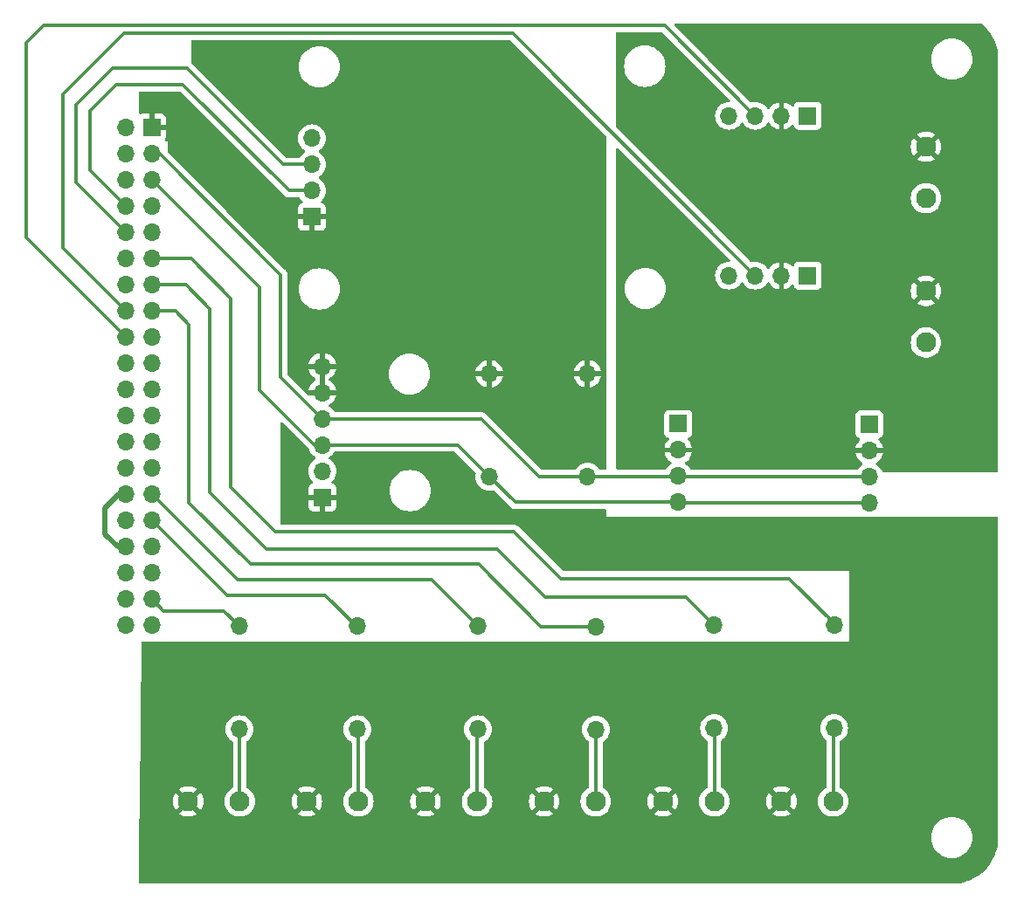
<source format=gbr>
%TF.GenerationSoftware,KiCad,Pcbnew,8.0.6*%
%TF.CreationDate,2025-01-28T17:52:02-05:00*%
%TF.ProjectId,SAS-PCB,5341532d-5043-4422-9e6b-696361645f70,rev?*%
%TF.SameCoordinates,Original*%
%TF.FileFunction,Copper,L1,Top*%
%TF.FilePolarity,Positive*%
%FSLAX46Y46*%
G04 Gerber Fmt 4.6, Leading zero omitted, Abs format (unit mm)*
G04 Created by KiCad (PCBNEW 8.0.6) date 2025-01-28 17:52:02*
%MOMM*%
%LPD*%
G01*
G04 APERTURE LIST*
%TA.AperFunction,ComponentPad*%
%ADD10C,1.950000*%
%TD*%
%TA.AperFunction,ComponentPad*%
%ADD11O,1.700000X1.700000*%
%TD*%
%TA.AperFunction,ComponentPad*%
%ADD12R,1.700000X1.700000*%
%TD*%
%TA.AperFunction,Conductor*%
%ADD13C,0.500000*%
%TD*%
%TA.AperFunction,Conductor*%
%ADD14C,0.300000*%
%TD*%
%TA.AperFunction,Conductor*%
%ADD15C,0.200000*%
%TD*%
G04 APERTURE END LIST*
D10*
%TO.P,Bouton_4,1,GND*%
%TO.N,Net-(Bouton_4-GND)*%
X159500000Y-109500000D03*
%TO.P,Bouton_4,2,5V*%
%TO.N,+3.3V*%
X154500000Y-109500000D03*
%TD*%
D11*
%TO.P,R6,1*%
%TO.N,Bouton_6*%
X136484000Y-92500000D03*
%TO.P,R6,2*%
%TO.N,Net-(Bouton_6-GND)*%
X136484000Y-102500000D03*
%TD*%
D10*
%TO.P,Bouton_3,1,GND*%
%TO.N,Net-(Bouton_3-GND)*%
X171000000Y-109500000D03*
%TO.P,Bouton_3,2,5V*%
%TO.N,+3.3V*%
X166000000Y-109500000D03*
%TD*%
%TO.P,Bouton_6,1,GND*%
%TO.N,Net-(Bouton_6-GND)*%
X136500000Y-109500000D03*
%TO.P,Bouton_6,2,5V*%
%TO.N,+3.3V*%
X131500000Y-109500000D03*
%TD*%
D11*
%TO.P,R5,1*%
%TO.N,Bouton_5*%
X147914000Y-92500000D03*
%TO.P,R5,2*%
%TO.N,Net-(Bouton_5-GND)*%
X147914000Y-102500000D03*
%TD*%
D12*
%TO.P,J5-GPS1,1,Pin_1*%
%TO.N,+3.3V*%
X143500000Y-52810000D03*
D11*
%TO.P,J5-GPS1,2,Pin_2*%
%TO.N,TXD*%
X143500000Y-50270000D03*
%TO.P,J5-GPS1,3,Pin_3*%
%TO.N,RXD*%
X143500000Y-47730000D03*
%TO.P,J5-GPS1,4,Pin_4*%
%TO.N,GND*%
X143500000Y-45190000D03*
%TD*%
D12*
%TO.P,J2-LCD1,1,Pin_1*%
%TO.N,GND*%
X179000000Y-72880000D03*
D11*
%TO.P,J2-LCD1,2,Pin_2*%
%TO.N,+5V*%
X179000000Y-75420000D03*
%TO.P,J2-LCD1,3,Pin_3*%
%TO.N,SDA*%
X179000000Y-77960000D03*
%TO.P,J2-LCD1,4,Pin_4*%
%TO.N,SCL*%
X179000000Y-80500000D03*
%TD*%
%TO.P,R7,1*%
%TO.N,SDA*%
X170200000Y-78000000D03*
%TO.P,R7,2*%
%TO.N,+3.3V*%
X170200000Y-68000000D03*
%TD*%
D10*
%TO.P,Bouton_1,1,GND*%
%TO.N,Net-(Bouton_1-GND)*%
X194000000Y-109500000D03*
%TO.P,Bouton_1,2,5V*%
%TO.N,+3.3V*%
X189000000Y-109500000D03*
%TD*%
D11*
%TO.P,R4,1*%
%TO.N,Bouton_4*%
X159598000Y-92500000D03*
%TO.P,R4,2*%
%TO.N,Net-(Bouton_4-GND)*%
X159598000Y-102500000D03*
%TD*%
D12*
%TO.P,J6-cable-plat1,1,Pin_1*%
%TO.N,+3.3V*%
X128000000Y-44140000D03*
D11*
%TO.P,J6-cable-plat1,2,Pin_2*%
%TO.N,unconnected-(J6-cable-plat1-Pin_2-Pad2)*%
X125460000Y-44140000D03*
%TO.P,J6-cable-plat1,3,Pin_3*%
%TO.N,SDA*%
X128000000Y-46680000D03*
%TO.P,J6-cable-plat1,4,Pin_4*%
%TO.N,unconnected-(J6-cable-plat1-Pin_4-Pad4)*%
X125460000Y-46680000D03*
%TO.P,J6-cable-plat1,5,Pin_5*%
%TO.N,SCL*%
X128000000Y-49220000D03*
%TO.P,J6-cable-plat1,6,Pin_6*%
%TO.N,GND*%
X125460000Y-49220000D03*
%TO.P,J6-cable-plat1,7,Pin_7*%
%TO.N,unconnected-(J6-cable-plat1-Pin_7-Pad7)*%
X128000000Y-51760000D03*
%TO.P,J6-cable-plat1,8,Pin_8*%
%TO.N,TXD*%
X125460000Y-51760000D03*
%TO.P,J6-cable-plat1,9,Pin_9*%
%TO.N,GND*%
X128000000Y-54300000D03*
%TO.P,J6-cable-plat1,10,Pin_10*%
%TO.N,RXD*%
X125460000Y-54300000D03*
%TO.P,J6-cable-plat1,11,Pin_11*%
%TO.N,Bouton_1*%
X128000000Y-56840000D03*
%TO.P,J6-cable-plat1,12,Pin_12*%
%TO.N,unconnected-(J6-cable-plat1-Pin_12-Pad12)*%
X125460000Y-56840000D03*
%TO.P,J6-cable-plat1,13,Pin_13*%
%TO.N,Bouton_2*%
X128000000Y-59380000D03*
%TO.P,J6-cable-plat1,14,Pin_14*%
%TO.N,GND*%
X125460000Y-59380000D03*
%TO.P,J6-cable-plat1,15,Pin_15*%
%TO.N,Bouton_3*%
X128000000Y-61920000D03*
%TO.P,J6-cable-plat1,16,Pin_16*%
%TO.N,Fan1_RPM*%
X125460000Y-61920000D03*
%TO.P,J6-cable-plat1,17,Pin_17*%
%TO.N,+3.3V*%
X128000000Y-64460000D03*
%TO.P,J6-cable-plat1,18,Pin_18*%
%TO.N,Fan2_RPM*%
X125460000Y-64460000D03*
%TO.P,J6-cable-plat1,19,Pin_19*%
%TO.N,unconnected-(J6-cable-plat1-Pin_19-Pad19)*%
X128000000Y-67000000D03*
%TO.P,J6-cable-plat1,20,Pin_20*%
%TO.N,GND*%
X125460000Y-67000000D03*
%TO.P,J6-cable-plat1,21,Pin_21*%
%TO.N,unconnected-(J6-cable-plat1-Pin_21-Pad21)*%
X128000000Y-69540000D03*
%TO.P,J6-cable-plat1,22,Pin_22*%
%TO.N,unconnected-(J6-cable-plat1-Pin_22-Pad22)*%
X125460000Y-69540000D03*
%TO.P,J6-cable-plat1,23,Pin_23*%
%TO.N,unconnected-(J6-cable-plat1-Pin_23-Pad23)*%
X128000000Y-72080000D03*
%TO.P,J6-cable-plat1,24,Pin_24*%
%TO.N,unconnected-(J6-cable-plat1-Pin_24-Pad24)*%
X125460000Y-72080000D03*
%TO.P,J6-cable-plat1,25,Pin_25*%
%TO.N,GND*%
X128000000Y-74620000D03*
%TO.P,J6-cable-plat1,26,Pin_26*%
%TO.N,unconnected-(J6-cable-plat1-Pin_26-Pad26)*%
X125460000Y-74620000D03*
%TO.P,J6-cable-plat1,27,Pin_27*%
%TO.N,unconnected-(J6-cable-plat1-Pin_27-Pad27)*%
X128000000Y-77160000D03*
%TO.P,J6-cable-plat1,28,Pin_28*%
%TO.N,unconnected-(J6-cable-plat1-Pin_28-Pad28)*%
X125460000Y-77160000D03*
%TO.P,J6-cable-plat1,29,Pin_29*%
%TO.N,Bouton_4*%
X128000000Y-79700000D03*
%TO.P,J6-cable-plat1,30,Pin_30*%
%TO.N,GND*%
X125460000Y-79700000D03*
%TO.P,J6-cable-plat1,31,Pin_31*%
%TO.N,Bouton_5*%
X128000000Y-82240000D03*
%TO.P,J6-cable-plat1,32,Pin_32*%
%TO.N,Fan1_PWM*%
X125460000Y-82240000D03*
%TO.P,J6-cable-plat1,33,Pin_33*%
%TO.N,Fan2_PWM*%
X128000000Y-84780000D03*
%TO.P,J6-cable-plat1,34,Pin_34*%
%TO.N,GND*%
X125460000Y-84780000D03*
%TO.P,J6-cable-plat1,35,Pin_35*%
%TO.N,unconnected-(J6-cable-plat1-Pin_35-Pad35)*%
X128000000Y-87320000D03*
%TO.P,J6-cable-plat1,36,Pin_36*%
%TO.N,unconnected-(J6-cable-plat1-Pin_36-Pad36)*%
X125460000Y-87320000D03*
%TO.P,J6-cable-plat1,37,Pin_37*%
%TO.N,Bouton_6*%
X128000000Y-89860000D03*
%TO.P,J6-cable-plat1,38,Pin_38*%
%TO.N,unconnected-(J6-cable-plat1-Pin_38-Pad38)*%
X125460000Y-89860000D03*
%TO.P,J6-cable-plat1,39,Pin_39*%
%TO.N,GND*%
X128000000Y-92400000D03*
%TO.P,J6-cable-plat1,40,Pin_40*%
%TO.N,unconnected-(J6-cable-plat1-Pin_40-Pad40)*%
X125460000Y-92400000D03*
%TD*%
%TO.P,R1,1*%
%TO.N,Net-(Bouton_1-GND)*%
X194100000Y-102400000D03*
%TO.P,R1,2*%
%TO.N,Bouton_1*%
X194100000Y-92400000D03*
%TD*%
D10*
%TO.P,Bouton_5,1,GND*%
%TO.N,Net-(Bouton_5-GND)*%
X148000000Y-109500000D03*
%TO.P,Bouton_5,2,5V*%
%TO.N,+3.3V*%
X143000000Y-109500000D03*
%TD*%
D12*
%TO.P,J4-BMP280,1,Pin_1*%
%TO.N,+3.3V*%
X144500000Y-80010000D03*
D11*
%TO.P,J4-BMP280,2,Pin_2*%
%TO.N,GND*%
X144500000Y-77470000D03*
%TO.P,J4-BMP280,3,Pin_3*%
%TO.N,SCL*%
X144500000Y-74930000D03*
%TO.P,J4-BMP280,4,Pin_4*%
%TO.N,SDA*%
X144500000Y-72390000D03*
%TO.P,J4-BMP280,5,Pin_5*%
%TO.N,+3.3V*%
X144500000Y-69850000D03*
%TO.P,J4-BMP280,6,Pin_6*%
X144500000Y-67310000D03*
%TD*%
%TO.P,R3,1*%
%TO.N,Bouton_3*%
X171028000Y-92536000D03*
%TO.P,R3,2*%
%TO.N,Net-(Bouton_3-GND)*%
X171028000Y-102536000D03*
%TD*%
D10*
%TO.P,Bouton_2,1,GND*%
%TO.N,Net-(Bouton_2-GND)*%
X182500000Y-109500000D03*
%TO.P,Bouton_2,2,5V*%
%TO.N,+3.3V*%
X177500000Y-109500000D03*
%TD*%
D12*
%TO.P,J3-LCD2,1,Pin_1*%
%TO.N,GND*%
X197500000Y-72920000D03*
D11*
%TO.P,J3-LCD2,2,Pin_2*%
%TO.N,+5V*%
X197500000Y-75460000D03*
%TO.P,J3-LCD2,3,Pin_3*%
%TO.N,SDA*%
X197500000Y-78000000D03*
%TO.P,J3-LCD2,4,Pin_4*%
%TO.N,SCL*%
X197500000Y-80540000D03*
%TD*%
%TO.P,R8,1*%
%TO.N,SCL*%
X160700000Y-78000000D03*
%TO.P,R8,2*%
%TO.N,+3.3V*%
X160700000Y-68000000D03*
%TD*%
D10*
%TO.P,J1_Batt1,1,GND*%
%TO.N,GND*%
X203000000Y-65000000D03*
%TO.P,J1_Batt1,2,5V*%
%TO.N,+5V*%
X203000000Y-60000000D03*
%TD*%
D12*
%TO.P,J9-Fan2,1,Pin_1*%
%TO.N,GND*%
X191540000Y-43000000D03*
D11*
%TO.P,J9-Fan2,2,Pin_2*%
%TO.N,+5V*%
X189000000Y-43000000D03*
%TO.P,J9-Fan2,3,Pin_3*%
%TO.N,Fan2_RPM*%
X186460000Y-43000000D03*
%TO.P,J9-Fan2,4,Pin_4*%
%TO.N,Fan2_PWM*%
X183920000Y-43000000D03*
%TD*%
D10*
%TO.P,J7-RFD900x1,1,GND*%
%TO.N,GND*%
X203000000Y-51000000D03*
%TO.P,J7-RFD900x1,2,5V*%
%TO.N,+5V*%
X203000000Y-46000000D03*
%TD*%
D12*
%TO.P,J8-Fan1,1,Pin_1*%
%TO.N,GND*%
X191540000Y-58500000D03*
D11*
%TO.P,J8-Fan1,2,Pin_2*%
%TO.N,+5V*%
X189000000Y-58500000D03*
%TO.P,J8-Fan1,3,Pin_3*%
%TO.N,Fan1_RPM*%
X186460000Y-58500000D03*
%TO.P,J8-Fan1,4,Pin_4*%
%TO.N,Fan1_PWM*%
X183920000Y-58500000D03*
%TD*%
%TO.P,R2,1*%
%TO.N,Net-(Bouton_2-GND)*%
X182472000Y-102400000D03*
%TO.P,R2,2*%
%TO.N,Bouton_2*%
X182472000Y-92400000D03*
%TD*%
D13*
%TO.N,GND*%
X124770000Y-79700000D02*
X125460000Y-79700000D01*
X123444000Y-83566000D02*
X123444000Y-81026000D01*
X123444000Y-81026000D02*
X124770000Y-79700000D01*
X125460000Y-84780000D02*
X124658000Y-84780000D01*
X124658000Y-84780000D02*
X123444000Y-83566000D01*
D14*
%TO.N,Net-(Bouton_1-GND)*%
X194000000Y-102500000D02*
X194000000Y-109500000D01*
D15*
X194100000Y-102400000D02*
X194000000Y-102500000D01*
D14*
%TO.N,Net-(Bouton_2-GND)*%
X182600000Y-102400000D02*
X182500000Y-102500000D01*
X182500000Y-102500000D02*
X182500000Y-109300000D01*
D13*
X182600000Y-109400000D02*
X182500000Y-109500000D01*
D15*
X182500000Y-109500000D02*
X182500000Y-109000000D01*
X182500000Y-109000000D02*
X182600000Y-108900000D01*
D14*
X182500000Y-109300000D02*
X182600000Y-109400000D01*
D15*
%TO.N,Net-(Bouton_3-GND)*%
X171000000Y-102700000D02*
X170800000Y-102500000D01*
D14*
X171000000Y-108600000D02*
X171000000Y-102700000D01*
D13*
X171000000Y-109500000D02*
X171000000Y-109000000D01*
D14*
X170800000Y-108800000D02*
X171000000Y-108600000D01*
D13*
X171000000Y-109000000D02*
X170800000Y-108800000D01*
D14*
%TO.N,Net-(Bouton_4-GND)*%
X159512000Y-109088000D02*
X159300000Y-109300000D01*
D15*
X159500000Y-109500000D02*
X159500000Y-109000000D01*
X159500000Y-109000000D02*
X159300000Y-108800000D01*
D14*
X159300000Y-102500000D02*
X159512000Y-102712000D01*
D13*
X159300000Y-109300000D02*
X159500000Y-109500000D01*
D14*
X159512000Y-102712000D02*
X159512000Y-109088000D01*
%TO.N,Net-(Bouton_5-GND)*%
X147800000Y-102500000D02*
X148000000Y-102700000D01*
D15*
X148000000Y-109500000D02*
X148000000Y-109000000D01*
D14*
X148000000Y-102700000D02*
X148000000Y-109100000D01*
X148000000Y-109100000D02*
X147800000Y-109300000D01*
D13*
X147800000Y-109300000D02*
X148000000Y-109500000D01*
D15*
X148000000Y-109000000D02*
X147800000Y-108800000D01*
D13*
%TO.N,Net-(Bouton_6-GND)*%
X136500000Y-102700000D02*
X136300000Y-102500000D01*
D14*
X136500000Y-109500000D02*
X136500000Y-102700000D01*
D13*
%TO.N,+5V*%
X179040000Y-75460000D02*
X179000000Y-75420000D01*
D14*
%TO.N,SCL*%
X144500000Y-74930000D02*
X143764000Y-74930000D01*
X143764000Y-74930000D02*
X138430000Y-69596000D01*
X157630000Y-74930000D02*
X144500000Y-74930000D01*
X179000000Y-80500000D02*
X163200000Y-80500000D01*
X160700000Y-78000000D02*
X157630000Y-74930000D01*
X179040000Y-80540000D02*
X179000000Y-80500000D01*
X138430000Y-69596000D02*
X138430000Y-59650000D01*
X197500000Y-80540000D02*
X179040000Y-80540000D01*
X163200000Y-80500000D02*
X160700000Y-78000000D01*
X138430000Y-59650000D02*
X128000000Y-49220000D01*
%TO.N,SDA*%
X140462000Y-58420000D02*
X128722000Y-46680000D01*
X144500000Y-72390000D02*
X140462000Y-68352000D01*
X128722000Y-46680000D02*
X128000000Y-46680000D01*
X180500000Y-78000000D02*
X170200000Y-78000000D01*
X197500000Y-78000000D02*
X180500000Y-78000000D01*
X170200000Y-78000000D02*
X165500000Y-78000000D01*
X159890000Y-72390000D02*
X144500000Y-72390000D01*
X179040000Y-78000000D02*
X179000000Y-77960000D01*
X140462000Y-68352000D02*
X140462000Y-58420000D01*
X165500000Y-78000000D02*
X159890000Y-72390000D01*
X180500000Y-78000000D02*
X179040000Y-78000000D01*
%TO.N,Fan2_RPM*%
X115783096Y-35939086D02*
X115783096Y-52705000D01*
X186460000Y-43000000D02*
X177700185Y-34240185D01*
X115783096Y-54783096D02*
X115783096Y-52705000D01*
X125460000Y-64460000D02*
X115783096Y-54783096D01*
X117481997Y-34240185D02*
X115783096Y-35939086D01*
X177700185Y-34240185D02*
X117481997Y-34240185D01*
%TO.N,Fan1_RPM*%
X186460000Y-58500000D02*
X162960000Y-35000000D01*
X125274000Y-35000000D02*
X119380000Y-40894000D01*
X119380000Y-55840000D02*
X125460000Y-61920000D01*
X162960000Y-35000000D02*
X125274000Y-35000000D01*
X119380000Y-40894000D02*
X119380000Y-55840000D01*
%TO.N,Bouton_3*%
X159652000Y-86500000D02*
X137554000Y-86500000D01*
X171028000Y-92536000D02*
X165688000Y-92536000D01*
X165688000Y-92536000D02*
X159652000Y-86500000D01*
X131572000Y-63246000D02*
X130246000Y-61920000D01*
X137554000Y-86500000D02*
X131572000Y-80518000D01*
X130246000Y-61920000D02*
X128000000Y-61920000D01*
X131572000Y-80518000D02*
X131572000Y-63246000D01*
%TO.N,Bouton_4*%
X136300000Y-88000000D02*
X128000000Y-79700000D01*
X159300000Y-92202000D02*
X155098000Y-88000000D01*
X159300000Y-92500000D02*
X159300000Y-92202000D01*
X155098000Y-88000000D02*
X136300000Y-88000000D01*
%TO.N,Bouton_2*%
X182600000Y-92400000D02*
X182472000Y-92400000D01*
%TO.N,Bouton_6*%
X136484000Y-92500000D02*
X134984000Y-91000000D01*
X134984000Y-91000000D02*
X129140000Y-91000000D01*
X129140000Y-91000000D02*
X128000000Y-89860000D01*
%TO.N,RXD*%
X140730000Y-47730000D02*
X131354000Y-38354000D01*
X124206000Y-38354000D02*
X120650000Y-41910000D01*
X131354000Y-38354000D02*
X124206000Y-38354000D01*
X120650000Y-49490000D02*
X125460000Y-54300000D01*
X120650000Y-41910000D02*
X120650000Y-49490000D01*
X143500000Y-47730000D02*
X140730000Y-47730000D01*
%TO.N,TXD*%
X122000000Y-42500000D02*
X122000000Y-48300000D01*
X122000000Y-48300000D02*
X125460000Y-51760000D01*
X141270000Y-50270000D02*
X131000000Y-40000000D01*
X124500000Y-40000000D02*
X122000000Y-42500000D01*
X131000000Y-40000000D02*
X124500000Y-40000000D01*
X143500000Y-50270000D02*
X141270000Y-50270000D01*
%TO.N,Bouton_5*%
X147800000Y-92500000D02*
X144800000Y-89500000D01*
X135260000Y-89500000D02*
X128000000Y-82240000D01*
X144800000Y-89500000D02*
X135260000Y-89500000D01*
%TO.N,Bouton_2*%
X133604000Y-61722000D02*
X131262000Y-59380000D01*
X139102000Y-85000000D02*
X133604000Y-79502000D01*
X161454000Y-85000000D02*
X139102000Y-85000000D01*
X133604000Y-79502000D02*
X133604000Y-61722000D01*
X166116000Y-89662000D02*
X161454000Y-85000000D01*
X179734000Y-89662000D02*
X166116000Y-89662000D01*
X131262000Y-59380000D02*
X128000000Y-59380000D01*
X182472000Y-92400000D02*
X179734000Y-89662000D01*
%TO.N,Bouton_1*%
X131770000Y-56840000D02*
X128000000Y-56840000D01*
X135636000Y-78994000D02*
X135636000Y-60706000D01*
X139954000Y-83312000D02*
X135636000Y-78994000D01*
X163068000Y-83312000D02*
X139954000Y-83312000D01*
X167640000Y-87884000D02*
X163068000Y-83312000D01*
X189738000Y-87884000D02*
X167640000Y-87884000D01*
X135636000Y-60706000D02*
X131770000Y-56840000D01*
X194100000Y-92246000D02*
X189738000Y-87884000D01*
X194100000Y-92400000D02*
X194100000Y-92246000D01*
%TD*%
%TA.AperFunction,Conductor*%
%TO.N,+3.3V*%
G36*
X140667203Y-72753594D02*
G01*
X140673681Y-72759626D01*
X143172727Y-75258672D01*
X143204821Y-75314260D01*
X143226094Y-75393655D01*
X143226096Y-75393659D01*
X143226097Y-75393663D01*
X143257031Y-75460000D01*
X143325965Y-75607830D01*
X143325967Y-75607834D01*
X143434281Y-75762521D01*
X143461501Y-75801396D01*
X143461506Y-75801402D01*
X143628597Y-75968493D01*
X143628603Y-75968498D01*
X143814158Y-76098425D01*
X143857783Y-76153002D01*
X143864977Y-76222500D01*
X143833454Y-76284855D01*
X143814158Y-76301575D01*
X143628597Y-76431505D01*
X143461505Y-76598597D01*
X143325965Y-76792169D01*
X143325964Y-76792171D01*
X143226098Y-77006335D01*
X143226094Y-77006344D01*
X143164938Y-77234586D01*
X143164936Y-77234596D01*
X143144341Y-77469999D01*
X143144341Y-77470000D01*
X143164936Y-77705403D01*
X143164938Y-77705413D01*
X143226094Y-77933655D01*
X143226096Y-77933659D01*
X143226097Y-77933663D01*
X143257030Y-77999999D01*
X143325965Y-78147830D01*
X143325967Y-78147834D01*
X143434281Y-78302521D01*
X143461501Y-78341396D01*
X143461506Y-78341402D01*
X143583818Y-78463714D01*
X143617303Y-78525037D01*
X143612319Y-78594729D01*
X143570447Y-78650662D01*
X143539471Y-78667577D01*
X143407912Y-78716646D01*
X143407906Y-78716649D01*
X143292812Y-78802809D01*
X143292809Y-78802812D01*
X143206649Y-78917906D01*
X143206645Y-78917913D01*
X143156403Y-79052620D01*
X143156401Y-79052627D01*
X143150000Y-79112155D01*
X143150000Y-79760000D01*
X144066988Y-79760000D01*
X144034075Y-79817007D01*
X144000000Y-79944174D01*
X144000000Y-80075826D01*
X144034075Y-80202993D01*
X144066988Y-80260000D01*
X143150000Y-80260000D01*
X143150000Y-80907844D01*
X143156401Y-80967372D01*
X143156403Y-80967379D01*
X143206645Y-81102086D01*
X143206649Y-81102093D01*
X143292809Y-81217187D01*
X143292812Y-81217190D01*
X143407906Y-81303350D01*
X143407913Y-81303354D01*
X143542620Y-81353596D01*
X143542627Y-81353598D01*
X143602155Y-81359999D01*
X143602172Y-81360000D01*
X144250000Y-81360000D01*
X144250000Y-80443012D01*
X144307007Y-80475925D01*
X144434174Y-80510000D01*
X144565826Y-80510000D01*
X144692993Y-80475925D01*
X144750000Y-80443012D01*
X144750000Y-81360000D01*
X145397828Y-81360000D01*
X145397844Y-81359999D01*
X145457372Y-81353598D01*
X145457379Y-81353596D01*
X145592086Y-81303354D01*
X145592093Y-81303350D01*
X145707187Y-81217190D01*
X145707190Y-81217187D01*
X145793350Y-81102093D01*
X145793354Y-81102086D01*
X145843596Y-80967379D01*
X145843598Y-80967372D01*
X145849999Y-80907844D01*
X145850000Y-80907827D01*
X145850000Y-80260000D01*
X144933012Y-80260000D01*
X144965925Y-80202993D01*
X145000000Y-80075826D01*
X145000000Y-79944174D01*
X144965925Y-79817007D01*
X144933012Y-79760000D01*
X145850000Y-79760000D01*
X145850000Y-79359998D01*
X150994390Y-79359998D01*
X150994390Y-79360001D01*
X151014804Y-79645433D01*
X151075628Y-79925037D01*
X151075630Y-79925043D01*
X151075631Y-79925046D01*
X151164631Y-80163663D01*
X151175635Y-80193166D01*
X151312770Y-80444309D01*
X151312775Y-80444317D01*
X151484254Y-80673387D01*
X151484270Y-80673405D01*
X151686594Y-80875729D01*
X151686612Y-80875745D01*
X151915682Y-81047224D01*
X151915690Y-81047229D01*
X152166833Y-81184364D01*
X152166832Y-81184364D01*
X152166836Y-81184365D01*
X152166839Y-81184367D01*
X152434954Y-81284369D01*
X152434960Y-81284370D01*
X152434962Y-81284371D01*
X152714566Y-81345195D01*
X152714568Y-81345195D01*
X152714572Y-81345196D01*
X152968220Y-81363337D01*
X152999999Y-81365610D01*
X153000000Y-81365610D01*
X153000001Y-81365610D01*
X153028595Y-81363564D01*
X153285428Y-81345196D01*
X153565046Y-81284369D01*
X153833161Y-81184367D01*
X154084315Y-81047226D01*
X154313395Y-80875739D01*
X154515739Y-80673395D01*
X154687226Y-80444315D01*
X154824367Y-80193161D01*
X154924369Y-79925046D01*
X154953194Y-79792539D01*
X154985195Y-79645433D01*
X154985195Y-79645432D01*
X154985196Y-79645428D01*
X155005610Y-79360000D01*
X155003826Y-79335063D01*
X154999173Y-79270000D01*
X154985196Y-79074572D01*
X154951115Y-78917906D01*
X154924371Y-78794962D01*
X154924370Y-78794960D01*
X154924369Y-78794954D01*
X154824367Y-78526839D01*
X154814350Y-78508495D01*
X154687229Y-78275690D01*
X154687224Y-78275682D01*
X154515745Y-78046612D01*
X154515729Y-78046594D01*
X154313405Y-77844270D01*
X154313387Y-77844254D01*
X154084317Y-77672775D01*
X154084309Y-77672770D01*
X153833166Y-77535635D01*
X153833167Y-77535635D01*
X153725915Y-77495632D01*
X153565046Y-77435631D01*
X153565043Y-77435630D01*
X153565037Y-77435628D01*
X153285433Y-77374804D01*
X153000001Y-77354390D01*
X152999999Y-77354390D01*
X152714566Y-77374804D01*
X152434962Y-77435628D01*
X152166833Y-77535635D01*
X151915690Y-77672770D01*
X151915682Y-77672775D01*
X151686612Y-77844254D01*
X151686594Y-77844270D01*
X151484270Y-78046594D01*
X151484254Y-78046612D01*
X151312775Y-78275682D01*
X151312770Y-78275690D01*
X151175635Y-78526833D01*
X151075628Y-78794962D01*
X151014804Y-79074566D01*
X150994390Y-79359998D01*
X145850000Y-79359998D01*
X145850000Y-79112172D01*
X145849999Y-79112155D01*
X145843598Y-79052627D01*
X145843596Y-79052620D01*
X145793354Y-78917913D01*
X145793350Y-78917906D01*
X145707190Y-78802812D01*
X145707187Y-78802809D01*
X145592093Y-78716649D01*
X145592088Y-78716646D01*
X145460528Y-78667577D01*
X145404595Y-78625705D01*
X145380178Y-78560241D01*
X145395030Y-78491968D01*
X145416175Y-78463720D01*
X145538495Y-78341401D01*
X145674035Y-78147830D01*
X145773903Y-77933663D01*
X145835063Y-77705408D01*
X145855659Y-77470000D01*
X145835063Y-77234592D01*
X145773903Y-77006337D01*
X145674035Y-76792171D01*
X145627771Y-76726098D01*
X145538494Y-76598597D01*
X145371402Y-76431506D01*
X145371396Y-76431501D01*
X145185842Y-76301575D01*
X145142217Y-76246998D01*
X145135023Y-76177500D01*
X145166546Y-76115145D01*
X145185842Y-76098425D01*
X145346451Y-75985965D01*
X145371401Y-75968495D01*
X145538495Y-75801401D01*
X145638559Y-75658495D01*
X145656147Y-75633377D01*
X145710724Y-75589752D01*
X145757722Y-75580500D01*
X157309192Y-75580500D01*
X157376231Y-75600185D01*
X157396873Y-75616819D01*
X159352290Y-77572236D01*
X159385775Y-77633559D01*
X159384384Y-77692008D01*
X159364937Y-77764589D01*
X159364937Y-77764590D01*
X159344341Y-77999999D01*
X159344341Y-78000000D01*
X159364936Y-78235403D01*
X159364938Y-78235413D01*
X159426094Y-78463655D01*
X159426096Y-78463659D01*
X159426097Y-78463663D01*
X159455149Y-78525965D01*
X159525965Y-78677830D01*
X159525967Y-78677834D01*
X159629476Y-78825659D01*
X159661505Y-78871401D01*
X159828599Y-79038495D01*
X159925384Y-79106265D01*
X160022165Y-79174032D01*
X160022167Y-79174033D01*
X160022170Y-79174035D01*
X160236337Y-79273903D01*
X160464592Y-79335063D01*
X160652918Y-79351539D01*
X160699999Y-79355659D01*
X160700000Y-79355659D01*
X160700001Y-79355659D01*
X160739234Y-79352226D01*
X160935408Y-79335063D01*
X161007989Y-79315615D01*
X161077839Y-79317278D01*
X161127763Y-79347709D01*
X162785325Y-81005272D01*
X162785326Y-81005273D01*
X162785329Y-81005275D01*
X162785331Y-81005277D01*
X162891873Y-81076465D01*
X163010256Y-81125501D01*
X163010260Y-81125501D01*
X163010261Y-81125502D01*
X163135928Y-81150500D01*
X163135931Y-81150500D01*
X171876000Y-81150500D01*
X171943039Y-81170185D01*
X171988794Y-81222989D01*
X172000000Y-81274500D01*
X172000000Y-81896000D01*
X209875500Y-81896000D01*
X209942539Y-81915685D01*
X209988294Y-81968489D01*
X209999500Y-82020000D01*
X209999500Y-112997293D01*
X209999382Y-113002702D01*
X209982614Y-113386750D01*
X209981671Y-113397526D01*
X209931849Y-113775957D01*
X209929971Y-113786610D01*
X209847354Y-114159272D01*
X209844554Y-114169721D01*
X209729775Y-114533755D01*
X209726075Y-114543921D01*
X209580002Y-114896572D01*
X209575430Y-114906376D01*
X209399183Y-115244942D01*
X209393775Y-115254310D01*
X209188681Y-115576244D01*
X209182476Y-115585105D01*
X208950110Y-115887930D01*
X208943156Y-115896217D01*
X208685284Y-116177635D01*
X208677635Y-116185284D01*
X208396217Y-116443156D01*
X208387930Y-116450110D01*
X208085105Y-116682476D01*
X208076244Y-116688681D01*
X207754310Y-116893775D01*
X207744942Y-116899183D01*
X207406376Y-117075430D01*
X207396572Y-117080002D01*
X207043921Y-117226075D01*
X207033755Y-117229775D01*
X206669721Y-117344554D01*
X206659272Y-117347354D01*
X206286610Y-117429971D01*
X206275957Y-117431849D01*
X205897526Y-117481671D01*
X205886750Y-117482614D01*
X205502703Y-117499382D01*
X205497294Y-117499500D01*
X126838611Y-117499500D01*
X126771572Y-117479815D01*
X126725817Y-117427011D01*
X126714618Y-117374189D01*
X126760873Y-112999998D01*
X203494390Y-112999998D01*
X203494390Y-113000001D01*
X203514804Y-113285433D01*
X203575628Y-113565037D01*
X203575630Y-113565043D01*
X203575631Y-113565046D01*
X203674847Y-113831054D01*
X203675635Y-113833166D01*
X203812770Y-114084309D01*
X203812775Y-114084317D01*
X203984254Y-114313387D01*
X203984270Y-114313405D01*
X204186594Y-114515729D01*
X204186612Y-114515745D01*
X204415682Y-114687224D01*
X204415690Y-114687229D01*
X204666833Y-114824364D01*
X204666832Y-114824364D01*
X204666836Y-114824365D01*
X204666839Y-114824367D01*
X204934954Y-114924369D01*
X204934960Y-114924370D01*
X204934962Y-114924371D01*
X205214566Y-114985195D01*
X205214568Y-114985195D01*
X205214572Y-114985196D01*
X205468220Y-115003337D01*
X205499999Y-115005610D01*
X205500000Y-115005610D01*
X205500001Y-115005610D01*
X205528595Y-115003564D01*
X205785428Y-114985196D01*
X206065046Y-114924369D01*
X206333161Y-114824367D01*
X206584315Y-114687226D01*
X206813395Y-114515739D01*
X207015739Y-114313395D01*
X207187226Y-114084315D01*
X207324367Y-113833161D01*
X207424369Y-113565046D01*
X207485196Y-113285428D01*
X207505610Y-113000000D01*
X207505416Y-112997293D01*
X207491664Y-112805007D01*
X207485196Y-112714572D01*
X207424369Y-112434954D01*
X207324367Y-112166839D01*
X207244025Y-112019705D01*
X207187229Y-111915690D01*
X207187224Y-111915682D01*
X207015745Y-111686612D01*
X207015729Y-111686594D01*
X206813405Y-111484270D01*
X206813387Y-111484254D01*
X206584317Y-111312775D01*
X206584309Y-111312770D01*
X206333166Y-111175635D01*
X206333167Y-111175635D01*
X206225915Y-111135632D01*
X206065046Y-111075631D01*
X206065043Y-111075630D01*
X206065037Y-111075628D01*
X205785433Y-111014804D01*
X205500001Y-110994390D01*
X205499999Y-110994390D01*
X205214566Y-111014804D01*
X204934962Y-111075628D01*
X204666833Y-111175635D01*
X204415690Y-111312770D01*
X204415682Y-111312775D01*
X204186612Y-111484254D01*
X204186594Y-111484270D01*
X203984270Y-111686594D01*
X203984254Y-111686612D01*
X203812775Y-111915682D01*
X203812770Y-111915690D01*
X203675635Y-112166833D01*
X203575628Y-112434962D01*
X203514804Y-112714566D01*
X203494390Y-112999998D01*
X126760873Y-112999998D01*
X126797884Y-109499994D01*
X130019945Y-109499994D01*
X130019945Y-109500005D01*
X130040130Y-109743605D01*
X130100138Y-109980573D01*
X130198330Y-110204429D01*
X130294626Y-110351819D01*
X130898958Y-109747487D01*
X130923978Y-109807890D01*
X130995112Y-109914351D01*
X131085649Y-110004888D01*
X131192110Y-110076022D01*
X131252511Y-110101041D01*
X130647758Y-110705794D01*
X130647758Y-110705796D01*
X130690478Y-110739046D01*
X130690484Y-110739050D01*
X130905468Y-110855394D01*
X130905476Y-110855397D01*
X131136664Y-110934765D01*
X131377779Y-110975000D01*
X131622221Y-110975000D01*
X131863335Y-110934765D01*
X132094523Y-110855397D01*
X132094531Y-110855394D01*
X132309514Y-110739051D01*
X132309514Y-110739050D01*
X132352240Y-110705795D01*
X132352240Y-110705794D01*
X131747488Y-110101041D01*
X131807890Y-110076022D01*
X131914351Y-110004888D01*
X132004888Y-109914351D01*
X132076022Y-109807890D01*
X132101041Y-109747488D01*
X132705372Y-110351819D01*
X132801667Y-110204431D01*
X132801672Y-110204423D01*
X132899861Y-109980573D01*
X132959869Y-109743605D01*
X132980055Y-109500005D01*
X132980055Y-109499994D01*
X135019443Y-109499994D01*
X135019443Y-109500005D01*
X135039634Y-109743683D01*
X135039636Y-109743695D01*
X135099663Y-109980734D01*
X135197888Y-110204666D01*
X135331632Y-110409378D01*
X135497242Y-110589277D01*
X135497252Y-110589286D01*
X135689670Y-110739051D01*
X135690212Y-110739473D01*
X135905267Y-110855855D01*
X135905270Y-110855856D01*
X136136541Y-110935251D01*
X136136543Y-110935251D01*
X136136545Y-110935252D01*
X136377737Y-110975500D01*
X136377738Y-110975500D01*
X136622262Y-110975500D01*
X136622263Y-110975500D01*
X136863455Y-110935252D01*
X137094733Y-110855855D01*
X137309788Y-110739473D01*
X137502754Y-110589281D01*
X137668368Y-110409377D01*
X137802111Y-110204667D01*
X137900336Y-109980736D01*
X137960364Y-109743692D01*
X137960371Y-109743605D01*
X137980557Y-109500005D01*
X137980557Y-109499994D01*
X141519945Y-109499994D01*
X141519945Y-109500005D01*
X141540130Y-109743605D01*
X141600138Y-109980573D01*
X141698330Y-110204429D01*
X141794626Y-110351819D01*
X142398958Y-109747487D01*
X142423978Y-109807890D01*
X142495112Y-109914351D01*
X142585649Y-110004888D01*
X142692110Y-110076022D01*
X142752511Y-110101041D01*
X142147758Y-110705794D01*
X142147758Y-110705796D01*
X142190478Y-110739046D01*
X142190484Y-110739050D01*
X142405468Y-110855394D01*
X142405476Y-110855397D01*
X142636664Y-110934765D01*
X142877779Y-110975000D01*
X143122221Y-110975000D01*
X143363335Y-110934765D01*
X143594523Y-110855397D01*
X143594531Y-110855394D01*
X143809514Y-110739051D01*
X143809514Y-110739050D01*
X143852240Y-110705795D01*
X143852240Y-110705794D01*
X143247488Y-110101041D01*
X143307890Y-110076022D01*
X143414351Y-110004888D01*
X143504888Y-109914351D01*
X143576022Y-109807890D01*
X143601041Y-109747488D01*
X144205372Y-110351819D01*
X144301667Y-110204431D01*
X144301672Y-110204423D01*
X144399861Y-109980573D01*
X144459869Y-109743605D01*
X144480055Y-109500005D01*
X144480055Y-109499994D01*
X146519443Y-109499994D01*
X146519443Y-109500005D01*
X146539634Y-109743683D01*
X146539636Y-109743695D01*
X146599663Y-109980734D01*
X146697888Y-110204666D01*
X146831632Y-110409378D01*
X146997242Y-110589277D01*
X146997252Y-110589286D01*
X147189670Y-110739051D01*
X147190212Y-110739473D01*
X147405267Y-110855855D01*
X147405270Y-110855856D01*
X147636541Y-110935251D01*
X147636543Y-110935251D01*
X147636545Y-110935252D01*
X147877737Y-110975500D01*
X147877738Y-110975500D01*
X148122262Y-110975500D01*
X148122263Y-110975500D01*
X148363455Y-110935252D01*
X148594733Y-110855855D01*
X148809788Y-110739473D01*
X149002754Y-110589281D01*
X149168368Y-110409377D01*
X149302111Y-110204667D01*
X149400336Y-109980736D01*
X149460364Y-109743692D01*
X149460371Y-109743605D01*
X149480557Y-109500005D01*
X149480557Y-109499994D01*
X153019945Y-109499994D01*
X153019945Y-109500005D01*
X153040130Y-109743605D01*
X153100138Y-109980573D01*
X153198330Y-110204429D01*
X153294626Y-110351819D01*
X153898958Y-109747487D01*
X153923978Y-109807890D01*
X153995112Y-109914351D01*
X154085649Y-110004888D01*
X154192110Y-110076022D01*
X154252511Y-110101041D01*
X153647758Y-110705794D01*
X153647758Y-110705796D01*
X153690478Y-110739046D01*
X153690484Y-110739050D01*
X153905468Y-110855394D01*
X153905476Y-110855397D01*
X154136664Y-110934765D01*
X154377779Y-110975000D01*
X154622221Y-110975000D01*
X154863335Y-110934765D01*
X155094523Y-110855397D01*
X155094531Y-110855394D01*
X155309514Y-110739051D01*
X155309514Y-110739050D01*
X155352240Y-110705795D01*
X155352240Y-110705794D01*
X154747488Y-110101041D01*
X154807890Y-110076022D01*
X154914351Y-110004888D01*
X155004888Y-109914351D01*
X155076022Y-109807890D01*
X155101041Y-109747488D01*
X155705372Y-110351819D01*
X155801667Y-110204431D01*
X155801672Y-110204423D01*
X155899861Y-109980573D01*
X155959869Y-109743605D01*
X155980055Y-109500005D01*
X155980055Y-109499994D01*
X158019443Y-109499994D01*
X158019443Y-109500005D01*
X158039634Y-109743683D01*
X158039636Y-109743695D01*
X158099663Y-109980734D01*
X158197888Y-110204666D01*
X158331632Y-110409378D01*
X158497242Y-110589277D01*
X158497252Y-110589286D01*
X158689670Y-110739051D01*
X158690212Y-110739473D01*
X158905267Y-110855855D01*
X158905270Y-110855856D01*
X159136541Y-110935251D01*
X159136543Y-110935251D01*
X159136545Y-110935252D01*
X159377737Y-110975500D01*
X159377738Y-110975500D01*
X159622262Y-110975500D01*
X159622263Y-110975500D01*
X159863455Y-110935252D01*
X160094733Y-110855855D01*
X160309788Y-110739473D01*
X160502754Y-110589281D01*
X160668368Y-110409377D01*
X160802111Y-110204667D01*
X160900336Y-109980736D01*
X160960364Y-109743692D01*
X160960371Y-109743605D01*
X160980557Y-109500005D01*
X160980557Y-109499994D01*
X164519945Y-109499994D01*
X164519945Y-109500005D01*
X164540130Y-109743605D01*
X164600138Y-109980573D01*
X164698330Y-110204429D01*
X164794626Y-110351819D01*
X165398958Y-109747487D01*
X165423978Y-109807890D01*
X165495112Y-109914351D01*
X165585649Y-110004888D01*
X165692110Y-110076022D01*
X165752511Y-110101041D01*
X165147758Y-110705794D01*
X165147758Y-110705796D01*
X165190478Y-110739046D01*
X165190484Y-110739050D01*
X165405468Y-110855394D01*
X165405476Y-110855397D01*
X165636664Y-110934765D01*
X165877779Y-110975000D01*
X166122221Y-110975000D01*
X166363335Y-110934765D01*
X166594523Y-110855397D01*
X166594531Y-110855394D01*
X166809514Y-110739051D01*
X166809514Y-110739050D01*
X166852240Y-110705795D01*
X166852240Y-110705794D01*
X166247488Y-110101041D01*
X166307890Y-110076022D01*
X166414351Y-110004888D01*
X166504888Y-109914351D01*
X166576022Y-109807890D01*
X166601041Y-109747488D01*
X167205372Y-110351819D01*
X167301667Y-110204431D01*
X167301672Y-110204423D01*
X167399861Y-109980573D01*
X167459869Y-109743605D01*
X167480055Y-109500005D01*
X167480055Y-109499994D01*
X169519443Y-109499994D01*
X169519443Y-109500005D01*
X169539634Y-109743683D01*
X169539636Y-109743695D01*
X169599663Y-109980734D01*
X169697888Y-110204666D01*
X169831632Y-110409378D01*
X169997242Y-110589277D01*
X169997252Y-110589286D01*
X170189670Y-110739051D01*
X170190212Y-110739473D01*
X170405267Y-110855855D01*
X170405270Y-110855856D01*
X170636541Y-110935251D01*
X170636543Y-110935251D01*
X170636545Y-110935252D01*
X170877737Y-110975500D01*
X170877738Y-110975500D01*
X171122262Y-110975500D01*
X171122263Y-110975500D01*
X171363455Y-110935252D01*
X171594733Y-110855855D01*
X171809788Y-110739473D01*
X172002754Y-110589281D01*
X172168368Y-110409377D01*
X172302111Y-110204667D01*
X172400336Y-109980736D01*
X172460364Y-109743692D01*
X172460371Y-109743605D01*
X172480557Y-109500005D01*
X172480557Y-109499994D01*
X176019945Y-109499994D01*
X176019945Y-109500005D01*
X176040130Y-109743605D01*
X176100138Y-109980573D01*
X176198330Y-110204429D01*
X176294626Y-110351819D01*
X176898958Y-109747487D01*
X176923978Y-109807890D01*
X176995112Y-109914351D01*
X177085649Y-110004888D01*
X177192110Y-110076022D01*
X177252511Y-110101041D01*
X176647758Y-110705794D01*
X176647758Y-110705796D01*
X176690478Y-110739046D01*
X176690484Y-110739050D01*
X176905468Y-110855394D01*
X176905476Y-110855397D01*
X177136664Y-110934765D01*
X177377779Y-110975000D01*
X177622221Y-110975000D01*
X177863335Y-110934765D01*
X178094523Y-110855397D01*
X178094531Y-110855394D01*
X178309514Y-110739051D01*
X178309514Y-110739050D01*
X178352240Y-110705795D01*
X178352240Y-110705794D01*
X177747488Y-110101041D01*
X177807890Y-110076022D01*
X177914351Y-110004888D01*
X178004888Y-109914351D01*
X178076022Y-109807890D01*
X178101041Y-109747488D01*
X178705372Y-110351819D01*
X178801667Y-110204431D01*
X178801672Y-110204423D01*
X178899861Y-109980573D01*
X178959869Y-109743605D01*
X178980055Y-109500005D01*
X178980055Y-109499994D01*
X181019443Y-109499994D01*
X181019443Y-109500005D01*
X181039634Y-109743683D01*
X181039636Y-109743695D01*
X181099663Y-109980734D01*
X181197888Y-110204666D01*
X181331632Y-110409378D01*
X181497242Y-110589277D01*
X181497252Y-110589286D01*
X181689670Y-110739051D01*
X181690212Y-110739473D01*
X181905267Y-110855855D01*
X181905270Y-110855856D01*
X182136541Y-110935251D01*
X182136543Y-110935251D01*
X182136545Y-110935252D01*
X182377737Y-110975500D01*
X182377738Y-110975500D01*
X182622262Y-110975500D01*
X182622263Y-110975500D01*
X182863455Y-110935252D01*
X183094733Y-110855855D01*
X183309788Y-110739473D01*
X183502754Y-110589281D01*
X183668368Y-110409377D01*
X183802111Y-110204667D01*
X183900336Y-109980736D01*
X183960364Y-109743692D01*
X183960371Y-109743605D01*
X183980557Y-109500005D01*
X183980557Y-109499994D01*
X187519945Y-109499994D01*
X187519945Y-109500005D01*
X187540130Y-109743605D01*
X187600138Y-109980573D01*
X187698330Y-110204429D01*
X187794626Y-110351819D01*
X188398958Y-109747487D01*
X188423978Y-109807890D01*
X188495112Y-109914351D01*
X188585649Y-110004888D01*
X188692110Y-110076022D01*
X188752511Y-110101041D01*
X188147758Y-110705794D01*
X188147758Y-110705796D01*
X188190478Y-110739046D01*
X188190484Y-110739050D01*
X188405468Y-110855394D01*
X188405476Y-110855397D01*
X188636664Y-110934765D01*
X188877779Y-110975000D01*
X189122221Y-110975000D01*
X189363335Y-110934765D01*
X189594523Y-110855397D01*
X189594531Y-110855394D01*
X189809514Y-110739051D01*
X189809514Y-110739050D01*
X189852240Y-110705795D01*
X189852240Y-110705794D01*
X189247488Y-110101041D01*
X189307890Y-110076022D01*
X189414351Y-110004888D01*
X189504888Y-109914351D01*
X189576022Y-109807890D01*
X189601041Y-109747488D01*
X190205372Y-110351819D01*
X190301667Y-110204431D01*
X190301672Y-110204423D01*
X190399861Y-109980573D01*
X190459869Y-109743605D01*
X190480055Y-109500005D01*
X190480055Y-109499994D01*
X192519443Y-109499994D01*
X192519443Y-109500005D01*
X192539634Y-109743683D01*
X192539636Y-109743695D01*
X192599663Y-109980734D01*
X192697888Y-110204666D01*
X192831632Y-110409378D01*
X192997242Y-110589277D01*
X192997252Y-110589286D01*
X193189670Y-110739051D01*
X193190212Y-110739473D01*
X193405267Y-110855855D01*
X193405270Y-110855856D01*
X193636541Y-110935251D01*
X193636543Y-110935251D01*
X193636545Y-110935252D01*
X193877737Y-110975500D01*
X193877738Y-110975500D01*
X194122262Y-110975500D01*
X194122263Y-110975500D01*
X194363455Y-110935252D01*
X194594733Y-110855855D01*
X194809788Y-110739473D01*
X195002754Y-110589281D01*
X195168368Y-110409377D01*
X195302111Y-110204667D01*
X195400336Y-109980736D01*
X195460364Y-109743692D01*
X195460371Y-109743605D01*
X195480557Y-109500005D01*
X195480557Y-109499994D01*
X195460365Y-109256316D01*
X195460363Y-109256304D01*
X195400336Y-109019265D01*
X195302111Y-108795333D01*
X195168367Y-108590621D01*
X195002757Y-108410722D01*
X195002747Y-108410713D01*
X194809791Y-108260529D01*
X194809782Y-108260523D01*
X194715481Y-108209489D01*
X194665891Y-108160269D01*
X194650500Y-108100435D01*
X194650500Y-103712406D01*
X194670185Y-103645367D01*
X194722096Y-103600024D01*
X194777830Y-103574035D01*
X194971401Y-103438495D01*
X195138495Y-103271401D01*
X195274035Y-103077830D01*
X195373903Y-102863663D01*
X195435063Y-102635408D01*
X195455659Y-102400000D01*
X195435063Y-102164592D01*
X195373903Y-101936337D01*
X195274035Y-101722171D01*
X195233722Y-101664597D01*
X195138494Y-101528597D01*
X194971402Y-101361506D01*
X194971395Y-101361501D01*
X194777834Y-101225967D01*
X194777830Y-101225965D01*
X194777828Y-101225964D01*
X194563663Y-101126097D01*
X194563659Y-101126096D01*
X194563655Y-101126094D01*
X194335413Y-101064938D01*
X194335403Y-101064936D01*
X194100001Y-101044341D01*
X194099999Y-101044341D01*
X193864596Y-101064936D01*
X193864586Y-101064938D01*
X193636344Y-101126094D01*
X193636335Y-101126098D01*
X193422171Y-101225964D01*
X193422169Y-101225965D01*
X193228597Y-101361505D01*
X193061505Y-101528597D01*
X192925965Y-101722169D01*
X192925964Y-101722171D01*
X192826098Y-101936335D01*
X192826094Y-101936344D01*
X192764938Y-102164586D01*
X192764936Y-102164596D01*
X192744341Y-102399999D01*
X192744341Y-102400000D01*
X192764936Y-102635403D01*
X192764938Y-102635413D01*
X192826094Y-102863655D01*
X192826096Y-102863659D01*
X192826097Y-102863663D01*
X192925965Y-103077830D01*
X192925967Y-103077834D01*
X193061501Y-103271395D01*
X193061506Y-103271402D01*
X193228595Y-103438492D01*
X193228598Y-103438494D01*
X193228599Y-103438495D01*
X193296623Y-103486125D01*
X193340248Y-103540701D01*
X193349500Y-103587700D01*
X193349500Y-108100435D01*
X193329815Y-108167474D01*
X193284519Y-108209489D01*
X193190217Y-108260523D01*
X193190208Y-108260529D01*
X192997252Y-108410713D01*
X192997242Y-108410722D01*
X192831632Y-108590621D01*
X192697888Y-108795333D01*
X192599663Y-109019265D01*
X192539636Y-109256304D01*
X192539634Y-109256316D01*
X192519443Y-109499994D01*
X190480055Y-109499994D01*
X190459869Y-109256394D01*
X190399861Y-109019426D01*
X190301669Y-108795570D01*
X190205372Y-108648179D01*
X189601041Y-109252510D01*
X189576022Y-109192110D01*
X189504888Y-109085649D01*
X189414351Y-108995112D01*
X189307890Y-108923978D01*
X189247487Y-108898958D01*
X189852240Y-108294204D01*
X189852240Y-108294203D01*
X189809514Y-108260949D01*
X189594531Y-108144605D01*
X189594523Y-108144602D01*
X189363335Y-108065234D01*
X189122221Y-108025000D01*
X188877779Y-108025000D01*
X188636664Y-108065234D01*
X188405476Y-108144602D01*
X188405468Y-108144605D01*
X188190481Y-108260951D01*
X188147758Y-108294202D01*
X188147757Y-108294204D01*
X188752511Y-108898958D01*
X188692110Y-108923978D01*
X188585649Y-108995112D01*
X188495112Y-109085649D01*
X188423978Y-109192110D01*
X188398958Y-109252511D01*
X187794626Y-108648179D01*
X187698328Y-108795575D01*
X187600138Y-109019426D01*
X187540130Y-109256394D01*
X187519945Y-109499994D01*
X183980557Y-109499994D01*
X183960365Y-109256316D01*
X183960363Y-109256304D01*
X183900336Y-109019265D01*
X183802111Y-108795333D01*
X183668367Y-108590621D01*
X183502757Y-108410722D01*
X183502747Y-108410713D01*
X183309791Y-108260529D01*
X183309782Y-108260523D01*
X183215481Y-108209489D01*
X183165891Y-108160269D01*
X183150500Y-108100435D01*
X183150500Y-103638115D01*
X183170185Y-103571076D01*
X183203377Y-103536540D01*
X183222500Y-103523150D01*
X183343401Y-103438495D01*
X183510495Y-103271401D01*
X183646035Y-103077830D01*
X183745903Y-102863663D01*
X183807063Y-102635408D01*
X183827659Y-102400000D01*
X183807063Y-102164592D01*
X183745903Y-101936337D01*
X183646035Y-101722171D01*
X183605722Y-101664597D01*
X183510494Y-101528597D01*
X183343402Y-101361506D01*
X183343395Y-101361501D01*
X183149834Y-101225967D01*
X183149830Y-101225965D01*
X183149828Y-101225964D01*
X182935663Y-101126097D01*
X182935659Y-101126096D01*
X182935655Y-101126094D01*
X182707413Y-101064938D01*
X182707403Y-101064936D01*
X182472001Y-101044341D01*
X182471999Y-101044341D01*
X182236596Y-101064936D01*
X182236586Y-101064938D01*
X182008344Y-101126094D01*
X182008335Y-101126098D01*
X181794171Y-101225964D01*
X181794169Y-101225965D01*
X181600597Y-101361505D01*
X181433505Y-101528597D01*
X181297965Y-101722169D01*
X181297964Y-101722171D01*
X181198098Y-101936335D01*
X181198094Y-101936344D01*
X181136938Y-102164586D01*
X181136936Y-102164596D01*
X181116341Y-102399999D01*
X181116341Y-102400000D01*
X181136936Y-102635403D01*
X181136938Y-102635413D01*
X181198094Y-102863655D01*
X181198096Y-102863659D01*
X181198097Y-102863663D01*
X181297965Y-103077830D01*
X181297967Y-103077834D01*
X181393193Y-103213830D01*
X181433505Y-103271401D01*
X181600599Y-103438495D01*
X181794170Y-103574035D01*
X181794172Y-103574036D01*
X181796623Y-103575752D01*
X181840248Y-103630329D01*
X181849500Y-103677327D01*
X181849500Y-108100435D01*
X181829815Y-108167474D01*
X181784519Y-108209489D01*
X181690217Y-108260523D01*
X181690208Y-108260529D01*
X181497252Y-108410713D01*
X181497242Y-108410722D01*
X181331632Y-108590621D01*
X181197888Y-108795333D01*
X181099663Y-109019265D01*
X181039636Y-109256304D01*
X181039634Y-109256316D01*
X181019443Y-109499994D01*
X178980055Y-109499994D01*
X178959869Y-109256394D01*
X178899861Y-109019426D01*
X178801669Y-108795570D01*
X178705372Y-108648179D01*
X178101041Y-109252510D01*
X178076022Y-109192110D01*
X178004888Y-109085649D01*
X177914351Y-108995112D01*
X177807890Y-108923978D01*
X177747487Y-108898958D01*
X178352240Y-108294204D01*
X178352240Y-108294203D01*
X178309514Y-108260949D01*
X178094531Y-108144605D01*
X178094523Y-108144602D01*
X177863335Y-108065234D01*
X177622221Y-108025000D01*
X177377779Y-108025000D01*
X177136664Y-108065234D01*
X176905476Y-108144602D01*
X176905468Y-108144605D01*
X176690481Y-108260951D01*
X176647758Y-108294202D01*
X176647757Y-108294204D01*
X177252511Y-108898958D01*
X177192110Y-108923978D01*
X177085649Y-108995112D01*
X176995112Y-109085649D01*
X176923978Y-109192110D01*
X176898958Y-109252511D01*
X176294626Y-108648179D01*
X176198328Y-108795575D01*
X176100138Y-109019426D01*
X176040130Y-109256394D01*
X176019945Y-109499994D01*
X172480557Y-109499994D01*
X172460365Y-109256316D01*
X172460363Y-109256304D01*
X172400336Y-109019265D01*
X172302111Y-108795333D01*
X172168367Y-108590621D01*
X172002757Y-108410722D01*
X172002747Y-108410713D01*
X171809791Y-108260529D01*
X171809782Y-108260523D01*
X171715481Y-108209489D01*
X171665891Y-108160269D01*
X171650500Y-108100435D01*
X171650500Y-103813327D01*
X171670185Y-103746288D01*
X171703377Y-103711752D01*
X171705827Y-103710036D01*
X171705830Y-103710035D01*
X171899401Y-103574495D01*
X172066495Y-103407401D01*
X172202035Y-103213830D01*
X172301903Y-102999663D01*
X172363063Y-102771408D01*
X172383659Y-102536000D01*
X172363063Y-102300592D01*
X172301903Y-102072337D01*
X172202035Y-101858171D01*
X172176827Y-101822169D01*
X172066494Y-101664597D01*
X171899402Y-101497506D01*
X171899395Y-101497501D01*
X171705834Y-101361967D01*
X171705830Y-101361965D01*
X171628628Y-101325965D01*
X171491663Y-101262097D01*
X171491659Y-101262096D01*
X171491655Y-101262094D01*
X171263413Y-101200938D01*
X171263403Y-101200936D01*
X171028001Y-101180341D01*
X171027999Y-101180341D01*
X170792596Y-101200936D01*
X170792586Y-101200938D01*
X170564344Y-101262094D01*
X170564335Y-101262098D01*
X170350171Y-101361964D01*
X170350169Y-101361965D01*
X170156597Y-101497505D01*
X169989505Y-101664597D01*
X169853965Y-101858169D01*
X169853964Y-101858171D01*
X169754098Y-102072335D01*
X169754094Y-102072344D01*
X169692938Y-102300586D01*
X169692936Y-102300596D01*
X169672341Y-102535999D01*
X169672341Y-102536000D01*
X169692936Y-102771403D01*
X169692938Y-102771413D01*
X169754094Y-102999655D01*
X169754096Y-102999659D01*
X169754097Y-102999663D01*
X169790547Y-103077830D01*
X169853965Y-103213830D01*
X169853967Y-103213834D01*
X169894277Y-103271402D01*
X169989505Y-103407401D01*
X170156599Y-103574495D01*
X170296623Y-103672540D01*
X170340248Y-103727116D01*
X170349500Y-103774115D01*
X170349500Y-108100435D01*
X170329815Y-108167474D01*
X170284519Y-108209489D01*
X170190217Y-108260523D01*
X170190208Y-108260529D01*
X169997252Y-108410713D01*
X169997242Y-108410722D01*
X169831632Y-108590621D01*
X169697888Y-108795333D01*
X169599663Y-109019265D01*
X169539636Y-109256304D01*
X169539634Y-109256316D01*
X169519443Y-109499994D01*
X167480055Y-109499994D01*
X167459869Y-109256394D01*
X167399861Y-109019426D01*
X167301669Y-108795570D01*
X167205372Y-108648179D01*
X166601041Y-109252510D01*
X166576022Y-109192110D01*
X166504888Y-109085649D01*
X166414351Y-108995112D01*
X166307890Y-108923978D01*
X166247487Y-108898958D01*
X166852240Y-108294204D01*
X166852240Y-108294203D01*
X166809514Y-108260949D01*
X166594531Y-108144605D01*
X166594523Y-108144602D01*
X166363335Y-108065234D01*
X166122221Y-108025000D01*
X165877779Y-108025000D01*
X165636664Y-108065234D01*
X165405476Y-108144602D01*
X165405468Y-108144605D01*
X165190481Y-108260951D01*
X165147758Y-108294202D01*
X165147757Y-108294204D01*
X165752511Y-108898958D01*
X165692110Y-108923978D01*
X165585649Y-108995112D01*
X165495112Y-109085649D01*
X165423978Y-109192110D01*
X165398958Y-109252511D01*
X164794626Y-108648179D01*
X164698328Y-108795575D01*
X164600138Y-109019426D01*
X164540130Y-109256394D01*
X164519945Y-109499994D01*
X160980557Y-109499994D01*
X160960365Y-109256316D01*
X160960363Y-109256304D01*
X160900336Y-109019265D01*
X160802111Y-108795333D01*
X160668367Y-108590621D01*
X160502757Y-108410722D01*
X160502747Y-108410713D01*
X160309791Y-108260529D01*
X160309782Y-108260523D01*
X160227481Y-108215983D01*
X160177891Y-108166763D01*
X160162500Y-108106929D01*
X160162500Y-103805877D01*
X160182185Y-103738838D01*
X160234094Y-103693496D01*
X160275830Y-103674035D01*
X160469401Y-103538495D01*
X160636495Y-103371401D01*
X160772035Y-103177830D01*
X160871903Y-102963663D01*
X160933063Y-102735408D01*
X160953659Y-102500000D01*
X160933063Y-102264592D01*
X160871903Y-102036337D01*
X160772035Y-101822171D01*
X160702014Y-101722169D01*
X160636494Y-101628597D01*
X160469402Y-101461506D01*
X160469395Y-101461501D01*
X160275834Y-101325967D01*
X160275830Y-101325965D01*
X160275828Y-101325964D01*
X160061663Y-101226097D01*
X160061659Y-101226096D01*
X160061655Y-101226094D01*
X159833413Y-101164938D01*
X159833403Y-101164936D01*
X159598001Y-101144341D01*
X159597999Y-101144341D01*
X159362596Y-101164936D01*
X159362586Y-101164938D01*
X159134344Y-101226094D01*
X159134335Y-101226098D01*
X158920171Y-101325964D01*
X158920169Y-101325965D01*
X158726597Y-101461505D01*
X158559505Y-101628597D01*
X158423965Y-101822169D01*
X158423964Y-101822171D01*
X158324098Y-102036335D01*
X158324094Y-102036344D01*
X158262938Y-102264586D01*
X158262936Y-102264596D01*
X158242341Y-102499999D01*
X158242341Y-102500000D01*
X158262936Y-102735403D01*
X158262938Y-102735413D01*
X158324094Y-102963655D01*
X158324096Y-102963659D01*
X158324097Y-102963663D01*
X158340885Y-102999664D01*
X158423965Y-103177830D01*
X158423967Y-103177834D01*
X158559501Y-103371395D01*
X158559506Y-103371402D01*
X158726595Y-103538492D01*
X158726598Y-103538494D01*
X158726599Y-103538495D01*
X158808623Y-103595928D01*
X158852248Y-103650504D01*
X158861500Y-103697503D01*
X158861500Y-108093941D01*
X158841815Y-108160980D01*
X158796519Y-108202995D01*
X158690217Y-108260523D01*
X158690208Y-108260529D01*
X158497252Y-108410713D01*
X158497242Y-108410722D01*
X158331632Y-108590621D01*
X158197888Y-108795333D01*
X158099663Y-109019265D01*
X158039636Y-109256304D01*
X158039634Y-109256316D01*
X158019443Y-109499994D01*
X155980055Y-109499994D01*
X155959869Y-109256394D01*
X155899861Y-109019426D01*
X155801669Y-108795570D01*
X155705372Y-108648179D01*
X155101041Y-109252510D01*
X155076022Y-109192110D01*
X155004888Y-109085649D01*
X154914351Y-108995112D01*
X154807890Y-108923978D01*
X154747487Y-108898958D01*
X155352240Y-108294204D01*
X155352240Y-108294203D01*
X155309514Y-108260949D01*
X155094531Y-108144605D01*
X155094523Y-108144602D01*
X154863335Y-108065234D01*
X154622221Y-108025000D01*
X154377779Y-108025000D01*
X154136664Y-108065234D01*
X153905476Y-108144602D01*
X153905468Y-108144605D01*
X153690481Y-108260951D01*
X153647758Y-108294202D01*
X153647757Y-108294204D01*
X154252511Y-108898958D01*
X154192110Y-108923978D01*
X154085649Y-108995112D01*
X153995112Y-109085649D01*
X153923978Y-109192110D01*
X153898958Y-109252511D01*
X153294626Y-108648179D01*
X153198328Y-108795575D01*
X153100138Y-109019426D01*
X153040130Y-109256394D01*
X153019945Y-109499994D01*
X149480557Y-109499994D01*
X149460365Y-109256316D01*
X149460363Y-109256304D01*
X149400336Y-109019265D01*
X149302111Y-108795333D01*
X149168367Y-108590621D01*
X149002757Y-108410722D01*
X149002747Y-108410713D01*
X148809791Y-108260529D01*
X148809782Y-108260523D01*
X148715481Y-108209489D01*
X148665891Y-108160269D01*
X148650500Y-108100435D01*
X148650500Y-103697503D01*
X148670185Y-103630464D01*
X148703375Y-103595929D01*
X148785401Y-103538495D01*
X148952495Y-103371401D01*
X149088035Y-103177830D01*
X149187903Y-102963663D01*
X149249063Y-102735408D01*
X149269659Y-102500000D01*
X149249063Y-102264592D01*
X149187903Y-102036337D01*
X149088035Y-101822171D01*
X149018014Y-101722169D01*
X148952494Y-101628597D01*
X148785402Y-101461506D01*
X148785395Y-101461501D01*
X148591834Y-101325967D01*
X148591830Y-101325965D01*
X148591828Y-101325964D01*
X148377663Y-101226097D01*
X148377659Y-101226096D01*
X148377655Y-101226094D01*
X148149413Y-101164938D01*
X148149403Y-101164936D01*
X147914001Y-101144341D01*
X147913999Y-101144341D01*
X147678596Y-101164936D01*
X147678586Y-101164938D01*
X147450344Y-101226094D01*
X147450335Y-101226098D01*
X147236171Y-101325964D01*
X147236169Y-101325965D01*
X147042597Y-101461505D01*
X146875505Y-101628597D01*
X146739965Y-101822169D01*
X146739964Y-101822171D01*
X146640098Y-102036335D01*
X146640094Y-102036344D01*
X146578938Y-102264586D01*
X146578936Y-102264596D01*
X146558341Y-102499999D01*
X146558341Y-102500000D01*
X146578936Y-102735403D01*
X146578938Y-102735413D01*
X146640094Y-102963655D01*
X146640096Y-102963659D01*
X146640097Y-102963663D01*
X146656885Y-102999664D01*
X146739965Y-103177830D01*
X146739967Y-103177834D01*
X146765172Y-103213830D01*
X146875505Y-103371401D01*
X147042599Y-103538495D01*
X147139384Y-103606265D01*
X147236165Y-103674032D01*
X147236166Y-103674032D01*
X147236170Y-103674035D01*
X147277905Y-103693496D01*
X147330343Y-103739665D01*
X147349500Y-103805877D01*
X147349500Y-108100435D01*
X147329815Y-108167474D01*
X147284519Y-108209489D01*
X147190217Y-108260523D01*
X147190208Y-108260529D01*
X146997252Y-108410713D01*
X146997242Y-108410722D01*
X146831632Y-108590621D01*
X146697888Y-108795333D01*
X146599663Y-109019265D01*
X146539636Y-109256304D01*
X146539634Y-109256316D01*
X146519443Y-109499994D01*
X144480055Y-109499994D01*
X144459869Y-109256394D01*
X144399861Y-109019426D01*
X144301669Y-108795570D01*
X144205372Y-108648179D01*
X143601041Y-109252510D01*
X143576022Y-109192110D01*
X143504888Y-109085649D01*
X143414351Y-108995112D01*
X143307890Y-108923978D01*
X143247487Y-108898958D01*
X143852240Y-108294204D01*
X143852240Y-108294203D01*
X143809514Y-108260949D01*
X143594531Y-108144605D01*
X143594523Y-108144602D01*
X143363335Y-108065234D01*
X143122221Y-108025000D01*
X142877779Y-108025000D01*
X142636664Y-108065234D01*
X142405476Y-108144602D01*
X142405468Y-108144605D01*
X142190481Y-108260951D01*
X142147758Y-108294202D01*
X142147757Y-108294204D01*
X142752511Y-108898958D01*
X142692110Y-108923978D01*
X142585649Y-108995112D01*
X142495112Y-109085649D01*
X142423978Y-109192110D01*
X142398958Y-109252511D01*
X141794626Y-108648179D01*
X141698328Y-108795575D01*
X141600138Y-109019426D01*
X141540130Y-109256394D01*
X141519945Y-109499994D01*
X137980557Y-109499994D01*
X137960365Y-109256316D01*
X137960363Y-109256304D01*
X137900336Y-109019265D01*
X137802111Y-108795333D01*
X137668367Y-108590621D01*
X137502757Y-108410722D01*
X137502747Y-108410713D01*
X137309791Y-108260529D01*
X137309782Y-108260523D01*
X137215481Y-108209489D01*
X137165891Y-108160269D01*
X137150500Y-108100435D01*
X137150500Y-103746518D01*
X137170185Y-103679479D01*
X137203375Y-103644944D01*
X137355401Y-103538495D01*
X137522495Y-103371401D01*
X137658035Y-103177830D01*
X137757903Y-102963663D01*
X137819063Y-102735408D01*
X137839659Y-102500000D01*
X137819063Y-102264592D01*
X137757903Y-102036337D01*
X137658035Y-101822171D01*
X137588014Y-101722169D01*
X137522494Y-101628597D01*
X137355402Y-101461506D01*
X137355395Y-101461501D01*
X137161834Y-101325967D01*
X137161830Y-101325965D01*
X137161828Y-101325964D01*
X136947663Y-101226097D01*
X136947659Y-101226096D01*
X136947655Y-101226094D01*
X136719413Y-101164938D01*
X136719403Y-101164936D01*
X136484001Y-101144341D01*
X136483999Y-101144341D01*
X136248596Y-101164936D01*
X136248586Y-101164938D01*
X136020344Y-101226094D01*
X136020335Y-101226098D01*
X135806171Y-101325964D01*
X135806169Y-101325965D01*
X135612597Y-101461505D01*
X135445505Y-101628597D01*
X135309965Y-101822169D01*
X135309964Y-101822171D01*
X135210098Y-102036335D01*
X135210094Y-102036344D01*
X135148938Y-102264586D01*
X135148936Y-102264596D01*
X135128341Y-102499999D01*
X135128341Y-102500000D01*
X135148936Y-102735403D01*
X135148938Y-102735413D01*
X135210094Y-102963655D01*
X135210096Y-102963659D01*
X135210097Y-102963663D01*
X135226885Y-102999664D01*
X135309965Y-103177830D01*
X135309967Y-103177834D01*
X135445501Y-103371395D01*
X135445506Y-103371402D01*
X135612597Y-103538493D01*
X135612603Y-103538498D01*
X135796623Y-103667350D01*
X135840248Y-103721927D01*
X135849500Y-103768925D01*
X135849500Y-108100435D01*
X135829815Y-108167474D01*
X135784519Y-108209489D01*
X135690217Y-108260523D01*
X135690208Y-108260529D01*
X135497252Y-108410713D01*
X135497242Y-108410722D01*
X135331632Y-108590621D01*
X135197888Y-108795333D01*
X135099663Y-109019265D01*
X135039636Y-109256304D01*
X135039634Y-109256316D01*
X135019443Y-109499994D01*
X132980055Y-109499994D01*
X132959869Y-109256394D01*
X132899861Y-109019426D01*
X132801669Y-108795570D01*
X132705372Y-108648179D01*
X132101041Y-109252510D01*
X132076022Y-109192110D01*
X132004888Y-109085649D01*
X131914351Y-108995112D01*
X131807890Y-108923978D01*
X131747487Y-108898958D01*
X132352240Y-108294204D01*
X132352240Y-108294203D01*
X132309514Y-108260949D01*
X132094531Y-108144605D01*
X132094523Y-108144602D01*
X131863335Y-108065234D01*
X131622221Y-108025000D01*
X131377779Y-108025000D01*
X131136664Y-108065234D01*
X130905476Y-108144602D01*
X130905468Y-108144605D01*
X130690481Y-108260951D01*
X130647758Y-108294202D01*
X130647757Y-108294204D01*
X131252511Y-108898958D01*
X131192110Y-108923978D01*
X131085649Y-108995112D01*
X130995112Y-109085649D01*
X130923978Y-109192110D01*
X130898958Y-109252511D01*
X130294626Y-108648179D01*
X130198328Y-108795575D01*
X130100138Y-109019426D01*
X130040130Y-109256394D01*
X130019945Y-109499994D01*
X126797884Y-109499994D01*
X126960703Y-94102689D01*
X126981095Y-94035861D01*
X127034380Y-93990667D01*
X127084696Y-93980000D01*
X195580000Y-93980000D01*
X195580000Y-87122000D01*
X167849308Y-87122000D01*
X167782269Y-87102315D01*
X167761627Y-87085681D01*
X163482674Y-82806727D01*
X163482673Y-82806726D01*
X163482669Y-82806723D01*
X163376127Y-82735535D01*
X163299181Y-82703663D01*
X163257744Y-82686499D01*
X163257738Y-82686497D01*
X163132071Y-82661500D01*
X163132069Y-82661500D01*
X140586000Y-82661500D01*
X140518961Y-82641815D01*
X140473206Y-82589011D01*
X140462000Y-82537500D01*
X140462000Y-72847307D01*
X140481685Y-72780268D01*
X140534489Y-72734513D01*
X140603647Y-72724569D01*
X140667203Y-72753594D01*
G37*
%TD.AperFunction*%
%TA.AperFunction,Conductor*%
G36*
X162706231Y-35670185D02*
G01*
X162726873Y-35686819D01*
X171963681Y-44923627D01*
X171997166Y-44984950D01*
X172000000Y-45011308D01*
X172000000Y-77225500D01*
X171980315Y-77292539D01*
X171927511Y-77338294D01*
X171876000Y-77349500D01*
X171457721Y-77349500D01*
X171390682Y-77329815D01*
X171356146Y-77296623D01*
X171353286Y-77292539D01*
X171238495Y-77128599D01*
X171238494Y-77128597D01*
X171071402Y-76961506D01*
X171071395Y-76961501D01*
X170877834Y-76825967D01*
X170877830Y-76825965D01*
X170877828Y-76825964D01*
X170663663Y-76726097D01*
X170663659Y-76726096D01*
X170663655Y-76726094D01*
X170435413Y-76664938D01*
X170435403Y-76664936D01*
X170200001Y-76644341D01*
X170199999Y-76644341D01*
X169964596Y-76664936D01*
X169964586Y-76664938D01*
X169736344Y-76726094D01*
X169736335Y-76726098D01*
X169522171Y-76825964D01*
X169522169Y-76825965D01*
X169328597Y-76961505D01*
X169161506Y-77128596D01*
X169093654Y-77225500D01*
X169046714Y-77292539D01*
X169043854Y-77296623D01*
X168989277Y-77340248D01*
X168942279Y-77349500D01*
X165820808Y-77349500D01*
X165753769Y-77329815D01*
X165733127Y-77313181D01*
X160304674Y-71884727D01*
X160304673Y-71884726D01*
X160304669Y-71884723D01*
X160198127Y-71813535D01*
X160079744Y-71764499D01*
X160079738Y-71764497D01*
X159954071Y-71739500D01*
X159954069Y-71739500D01*
X145757721Y-71739500D01*
X145690682Y-71719815D01*
X145656146Y-71686623D01*
X145538494Y-71518597D01*
X145371402Y-71351506D01*
X145371401Y-71351505D01*
X145185405Y-71221269D01*
X145141781Y-71166692D01*
X145134588Y-71097193D01*
X145166110Y-71034839D01*
X145185405Y-71018119D01*
X145371082Y-70888105D01*
X145538105Y-70721082D01*
X145673600Y-70527578D01*
X145773429Y-70313492D01*
X145773432Y-70313486D01*
X145830636Y-70100000D01*
X144933012Y-70100000D01*
X144965925Y-70042993D01*
X145000000Y-69915826D01*
X145000000Y-69784174D01*
X144965925Y-69657007D01*
X144933012Y-69600000D01*
X145830636Y-69600000D01*
X145830635Y-69599999D01*
X145773432Y-69386513D01*
X145773429Y-69386507D01*
X145673600Y-69172422D01*
X145673599Y-69172420D01*
X145538113Y-68978926D01*
X145538108Y-68978920D01*
X145371082Y-68811894D01*
X145184968Y-68681575D01*
X145141344Y-68626998D01*
X145134151Y-68557499D01*
X145165673Y-68495145D01*
X145184968Y-68478425D01*
X145371082Y-68348105D01*
X145538105Y-68181082D01*
X145622890Y-68059998D01*
X150944390Y-68059998D01*
X150944390Y-68060001D01*
X150964804Y-68345433D01*
X151025628Y-68625037D01*
X151025630Y-68625043D01*
X151025631Y-68625046D01*
X151095321Y-68811891D01*
X151125635Y-68893166D01*
X151262770Y-69144309D01*
X151262775Y-69144317D01*
X151434254Y-69373387D01*
X151434270Y-69373405D01*
X151636594Y-69575729D01*
X151636612Y-69575745D01*
X151865682Y-69747224D01*
X151865690Y-69747229D01*
X152116833Y-69884364D01*
X152116832Y-69884364D01*
X152116836Y-69884365D01*
X152116839Y-69884367D01*
X152384954Y-69984369D01*
X152384960Y-69984370D01*
X152384962Y-69984371D01*
X152664566Y-70045195D01*
X152664568Y-70045195D01*
X152664572Y-70045196D01*
X152918220Y-70063337D01*
X152949999Y-70065610D01*
X152950000Y-70065610D01*
X152950001Y-70065610D01*
X152978595Y-70063564D01*
X153235428Y-70045196D01*
X153515046Y-69984369D01*
X153783161Y-69884367D01*
X154034315Y-69747226D01*
X154263395Y-69575739D01*
X154465739Y-69373395D01*
X154637226Y-69144315D01*
X154774367Y-68893161D01*
X154874369Y-68625046D01*
X154923303Y-68400099D01*
X154935195Y-68345433D01*
X154935195Y-68345432D01*
X154935196Y-68345428D01*
X154955610Y-68060000D01*
X154935196Y-67774572D01*
X154929850Y-67749999D01*
X159369364Y-67749999D01*
X159369364Y-67750000D01*
X160266988Y-67750000D01*
X160234075Y-67807007D01*
X160200000Y-67934174D01*
X160200000Y-68065826D01*
X160234075Y-68192993D01*
X160266988Y-68250000D01*
X159369364Y-68250000D01*
X159426567Y-68463486D01*
X159426570Y-68463492D01*
X159526399Y-68677578D01*
X159661894Y-68871082D01*
X159828917Y-69038105D01*
X160022421Y-69173600D01*
X160236507Y-69273429D01*
X160236516Y-69273433D01*
X160450000Y-69330634D01*
X160450000Y-68433012D01*
X160507007Y-68465925D01*
X160634174Y-68500000D01*
X160765826Y-68500000D01*
X160892993Y-68465925D01*
X160950000Y-68433012D01*
X160950000Y-69330633D01*
X161163483Y-69273433D01*
X161163492Y-69273429D01*
X161377578Y-69173600D01*
X161571082Y-69038105D01*
X161738105Y-68871082D01*
X161873600Y-68677578D01*
X161973429Y-68463492D01*
X161973432Y-68463486D01*
X162030636Y-68250000D01*
X161133012Y-68250000D01*
X161165925Y-68192993D01*
X161200000Y-68065826D01*
X161200000Y-67934174D01*
X161165925Y-67807007D01*
X161133012Y-67750000D01*
X162030636Y-67750000D01*
X162030635Y-67749999D01*
X168869364Y-67749999D01*
X168869364Y-67750000D01*
X169766988Y-67750000D01*
X169734075Y-67807007D01*
X169700000Y-67934174D01*
X169700000Y-68065826D01*
X169734075Y-68192993D01*
X169766988Y-68250000D01*
X168869364Y-68250000D01*
X168926567Y-68463486D01*
X168926570Y-68463492D01*
X169026399Y-68677578D01*
X169161894Y-68871082D01*
X169328917Y-69038105D01*
X169522421Y-69173600D01*
X169736507Y-69273429D01*
X169736516Y-69273433D01*
X169950000Y-69330634D01*
X169950000Y-68433012D01*
X170007007Y-68465925D01*
X170134174Y-68500000D01*
X170265826Y-68500000D01*
X170392993Y-68465925D01*
X170450000Y-68433012D01*
X170450000Y-69330633D01*
X170663483Y-69273433D01*
X170663492Y-69273429D01*
X170877578Y-69173600D01*
X171071082Y-69038105D01*
X171238105Y-68871082D01*
X171373600Y-68677578D01*
X171473429Y-68463492D01*
X171473432Y-68463486D01*
X171530636Y-68250000D01*
X170633012Y-68250000D01*
X170665925Y-68192993D01*
X170700000Y-68065826D01*
X170700000Y-67934174D01*
X170665925Y-67807007D01*
X170633012Y-67750000D01*
X171530636Y-67750000D01*
X171530635Y-67749999D01*
X171473432Y-67536513D01*
X171473429Y-67536507D01*
X171373600Y-67322422D01*
X171373599Y-67322420D01*
X171238113Y-67128926D01*
X171238108Y-67128920D01*
X171071082Y-66961894D01*
X170877578Y-66826399D01*
X170663492Y-66726570D01*
X170663486Y-66726567D01*
X170450000Y-66669364D01*
X170450000Y-67566988D01*
X170392993Y-67534075D01*
X170265826Y-67500000D01*
X170134174Y-67500000D01*
X170007007Y-67534075D01*
X169950000Y-67566988D01*
X169950000Y-66669364D01*
X169949999Y-66669364D01*
X169736513Y-66726567D01*
X169736507Y-66726570D01*
X169522422Y-66826399D01*
X169522420Y-66826400D01*
X169328926Y-66961886D01*
X169328920Y-66961891D01*
X169161891Y-67128920D01*
X169161886Y-67128926D01*
X169026400Y-67322420D01*
X169026399Y-67322422D01*
X168926570Y-67536507D01*
X168926567Y-67536513D01*
X168869364Y-67749999D01*
X162030635Y-67749999D01*
X161973432Y-67536513D01*
X161973429Y-67536507D01*
X161873600Y-67322422D01*
X161873599Y-67322420D01*
X161738113Y-67128926D01*
X161738108Y-67128920D01*
X161571082Y-66961894D01*
X161377578Y-66826399D01*
X161163492Y-66726570D01*
X161163486Y-66726567D01*
X160950000Y-66669364D01*
X160950000Y-67566988D01*
X160892993Y-67534075D01*
X160765826Y-67500000D01*
X160634174Y-67500000D01*
X160507007Y-67534075D01*
X160450000Y-67566988D01*
X160450000Y-66669364D01*
X160449999Y-66669364D01*
X160236513Y-66726567D01*
X160236507Y-66726570D01*
X160022422Y-66826399D01*
X160022420Y-66826400D01*
X159828926Y-66961886D01*
X159828920Y-66961891D01*
X159661891Y-67128920D01*
X159661886Y-67128926D01*
X159526400Y-67322420D01*
X159526399Y-67322422D01*
X159426570Y-67536507D01*
X159426567Y-67536513D01*
X159369364Y-67749999D01*
X154929850Y-67749999D01*
X154874371Y-67494962D01*
X154874370Y-67494960D01*
X154874369Y-67494954D01*
X154774367Y-67226839D01*
X154720902Y-67128926D01*
X154637229Y-66975690D01*
X154637224Y-66975682D01*
X154465745Y-66746612D01*
X154465729Y-66746594D01*
X154263405Y-66544270D01*
X154263387Y-66544254D01*
X154034317Y-66372775D01*
X154034309Y-66372770D01*
X153783166Y-66235635D01*
X153783167Y-66235635D01*
X153675915Y-66195632D01*
X153515046Y-66135631D01*
X153515043Y-66135630D01*
X153515037Y-66135628D01*
X153235433Y-66074804D01*
X152950001Y-66054390D01*
X152949999Y-66054390D01*
X152664566Y-66074804D01*
X152384962Y-66135628D01*
X152116833Y-66235635D01*
X151865690Y-66372770D01*
X151865682Y-66372775D01*
X151636612Y-66544254D01*
X151636594Y-66544270D01*
X151434270Y-66746594D01*
X151434254Y-66746612D01*
X151262775Y-66975682D01*
X151262770Y-66975690D01*
X151125635Y-67226833D01*
X151025628Y-67494962D01*
X150964804Y-67774566D01*
X150944390Y-68059998D01*
X145622890Y-68059998D01*
X145673600Y-67987578D01*
X145773429Y-67773492D01*
X145773432Y-67773486D01*
X145830636Y-67560000D01*
X144933012Y-67560000D01*
X144965925Y-67502993D01*
X145000000Y-67375826D01*
X145000000Y-67244174D01*
X144965925Y-67117007D01*
X144933012Y-67060000D01*
X145830636Y-67060000D01*
X145830635Y-67059999D01*
X145773432Y-66846513D01*
X145773429Y-66846507D01*
X145673600Y-66632422D01*
X145673599Y-66632420D01*
X145538113Y-66438926D01*
X145538108Y-66438920D01*
X145371082Y-66271894D01*
X145177578Y-66136399D01*
X144963492Y-66036570D01*
X144963486Y-66036567D01*
X144750000Y-65979364D01*
X144750000Y-66876988D01*
X144692993Y-66844075D01*
X144565826Y-66810000D01*
X144434174Y-66810000D01*
X144307007Y-66844075D01*
X144250000Y-66876988D01*
X144250000Y-65979364D01*
X144249999Y-65979364D01*
X144036513Y-66036567D01*
X144036507Y-66036570D01*
X143822422Y-66136399D01*
X143822420Y-66136400D01*
X143628926Y-66271886D01*
X143628920Y-66271891D01*
X143461891Y-66438920D01*
X143461886Y-66438926D01*
X143326400Y-66632420D01*
X143326399Y-66632422D01*
X143226570Y-66846507D01*
X143226567Y-66846513D01*
X143169364Y-67059999D01*
X143169364Y-67060000D01*
X144066988Y-67060000D01*
X144034075Y-67117007D01*
X144000000Y-67244174D01*
X144000000Y-67375826D01*
X144034075Y-67502993D01*
X144066988Y-67560000D01*
X143169364Y-67560000D01*
X143226567Y-67773486D01*
X143226570Y-67773492D01*
X143326399Y-67987578D01*
X143461894Y-68181082D01*
X143628917Y-68348105D01*
X143815031Y-68478425D01*
X143858656Y-68533003D01*
X143865848Y-68602501D01*
X143834326Y-68664856D01*
X143815031Y-68681575D01*
X143628922Y-68811890D01*
X143628920Y-68811891D01*
X143461891Y-68978920D01*
X143461886Y-68978926D01*
X143326400Y-69172420D01*
X143326399Y-69172422D01*
X143226570Y-69386507D01*
X143226567Y-69386513D01*
X143169364Y-69599999D01*
X143169364Y-69600000D01*
X144066988Y-69600000D01*
X144034075Y-69657007D01*
X144000000Y-69784174D01*
X144000000Y-69915826D01*
X144034075Y-70042993D01*
X144066988Y-70100000D01*
X143181308Y-70100000D01*
X143114269Y-70080315D01*
X143093627Y-70063681D01*
X141148819Y-68118873D01*
X141115334Y-68057550D01*
X141112500Y-68031192D01*
X141112500Y-59799998D01*
X142194390Y-59799998D01*
X142194390Y-59800001D01*
X142214804Y-60085433D01*
X142275628Y-60365037D01*
X142275630Y-60365043D01*
X142275631Y-60365046D01*
X142356198Y-60581054D01*
X142375635Y-60633166D01*
X142512770Y-60884309D01*
X142512775Y-60884317D01*
X142684254Y-61113387D01*
X142684270Y-61113405D01*
X142886594Y-61315729D01*
X142886612Y-61315745D01*
X143115682Y-61487224D01*
X143115690Y-61487229D01*
X143366833Y-61624364D01*
X143366832Y-61624364D01*
X143366836Y-61624365D01*
X143366839Y-61624367D01*
X143634954Y-61724369D01*
X143634960Y-61724370D01*
X143634962Y-61724371D01*
X143914566Y-61785195D01*
X143914568Y-61785195D01*
X143914572Y-61785196D01*
X144168220Y-61803337D01*
X144199999Y-61805610D01*
X144200000Y-61805610D01*
X144200001Y-61805610D01*
X144228595Y-61803564D01*
X144485428Y-61785196D01*
X144765046Y-61724369D01*
X145033161Y-61624367D01*
X145284315Y-61487226D01*
X145513395Y-61315739D01*
X145715739Y-61113395D01*
X145887226Y-60884315D01*
X146024367Y-60633161D01*
X146124369Y-60365046D01*
X146185196Y-60085428D01*
X146205610Y-59800000D01*
X146185196Y-59514572D01*
X146173380Y-59460256D01*
X146124371Y-59234962D01*
X146124370Y-59234960D01*
X146124369Y-59234954D01*
X146024367Y-58966839D01*
X145998215Y-58918946D01*
X145887229Y-58715690D01*
X145887224Y-58715682D01*
X145715745Y-58486612D01*
X145715729Y-58486594D01*
X145513405Y-58284270D01*
X145513387Y-58284254D01*
X145284317Y-58112775D01*
X145284309Y-58112770D01*
X145033166Y-57975635D01*
X145033167Y-57975635D01*
X144899106Y-57925633D01*
X144765046Y-57875631D01*
X144765043Y-57875630D01*
X144765037Y-57875628D01*
X144485433Y-57814804D01*
X144200001Y-57794390D01*
X144199999Y-57794390D01*
X143914566Y-57814804D01*
X143634962Y-57875628D01*
X143366833Y-57975635D01*
X143115690Y-58112770D01*
X143115682Y-58112775D01*
X142886612Y-58284254D01*
X142886594Y-58284270D01*
X142684270Y-58486594D01*
X142684254Y-58486612D01*
X142512775Y-58715682D01*
X142512770Y-58715690D01*
X142375635Y-58966833D01*
X142275628Y-59234962D01*
X142214804Y-59514566D01*
X142194390Y-59799998D01*
X141112500Y-59799998D01*
X141112500Y-58355928D01*
X141087502Y-58230261D01*
X141087501Y-58230260D01*
X141087501Y-58230256D01*
X141038465Y-58111873D01*
X141038464Y-58111872D01*
X141038461Y-58111866D01*
X140967277Y-58005332D01*
X140937578Y-57975633D01*
X140876669Y-57914724D01*
X135271945Y-52310000D01*
X129576319Y-46614373D01*
X129542834Y-46553050D01*
X129540000Y-46526692D01*
X129540000Y-45466000D01*
X129365970Y-45466000D01*
X129298931Y-45446315D01*
X129253176Y-45393511D01*
X129243232Y-45324353D01*
X129266703Y-45267689D01*
X129293352Y-45232089D01*
X129293354Y-45232086D01*
X129343596Y-45097379D01*
X129343598Y-45097372D01*
X129349999Y-45037844D01*
X129350000Y-45037827D01*
X129350000Y-44390000D01*
X128433012Y-44390000D01*
X128465925Y-44332993D01*
X128500000Y-44205826D01*
X128500000Y-44074174D01*
X128465925Y-43947007D01*
X128433012Y-43890000D01*
X129350000Y-43890000D01*
X129350000Y-43242172D01*
X129349999Y-43242155D01*
X129343598Y-43182627D01*
X129343596Y-43182620D01*
X129293354Y-43047913D01*
X129293350Y-43047906D01*
X129207190Y-42932812D01*
X129207187Y-42932809D01*
X129092093Y-42846649D01*
X129092086Y-42846645D01*
X128957379Y-42796403D01*
X128957372Y-42796401D01*
X128897844Y-42790000D01*
X128250000Y-42790000D01*
X128250000Y-43706988D01*
X128192993Y-43674075D01*
X128065826Y-43640000D01*
X127934174Y-43640000D01*
X127807007Y-43674075D01*
X127750000Y-43706988D01*
X127750000Y-42790000D01*
X127102155Y-42790000D01*
X127042627Y-42796401D01*
X127042620Y-42796403D01*
X126913333Y-42844624D01*
X126843641Y-42849608D01*
X126782318Y-42816123D01*
X126748834Y-42754799D01*
X126746000Y-42728442D01*
X126746000Y-40774500D01*
X126765685Y-40707461D01*
X126818489Y-40661706D01*
X126870000Y-40650500D01*
X130679192Y-40650500D01*
X130746231Y-40670185D01*
X130766873Y-40686819D01*
X140855324Y-50775271D01*
X140855331Y-50775277D01*
X140961871Y-50846464D01*
X140961870Y-50846464D01*
X140996544Y-50860826D01*
X141080256Y-50895501D01*
X141080260Y-50895501D01*
X141080261Y-50895502D01*
X141205928Y-50920500D01*
X141205931Y-50920500D01*
X142242278Y-50920500D01*
X142309317Y-50940185D01*
X142343853Y-50973377D01*
X142461501Y-51141396D01*
X142461506Y-51141402D01*
X142583818Y-51263714D01*
X142617303Y-51325037D01*
X142612319Y-51394729D01*
X142570447Y-51450662D01*
X142539471Y-51467577D01*
X142407912Y-51516646D01*
X142407906Y-51516649D01*
X142292812Y-51602809D01*
X142292809Y-51602812D01*
X142206649Y-51717906D01*
X142206645Y-51717913D01*
X142156403Y-51852620D01*
X142156401Y-51852627D01*
X142150000Y-51912155D01*
X142150000Y-52560000D01*
X143066988Y-52560000D01*
X143034075Y-52617007D01*
X143000000Y-52744174D01*
X143000000Y-52875826D01*
X143034075Y-53002993D01*
X143066988Y-53060000D01*
X142150000Y-53060000D01*
X142150000Y-53707844D01*
X142156401Y-53767372D01*
X142156403Y-53767379D01*
X142206645Y-53902086D01*
X142206649Y-53902093D01*
X142292809Y-54017187D01*
X142292812Y-54017190D01*
X142407906Y-54103350D01*
X142407913Y-54103354D01*
X142542620Y-54153596D01*
X142542627Y-54153598D01*
X142602155Y-54159999D01*
X142602172Y-54160000D01*
X143250000Y-54160000D01*
X143250000Y-53243012D01*
X143307007Y-53275925D01*
X143434174Y-53310000D01*
X143565826Y-53310000D01*
X143692993Y-53275925D01*
X143750000Y-53243012D01*
X143750000Y-54160000D01*
X144397828Y-54160000D01*
X144397844Y-54159999D01*
X144457372Y-54153598D01*
X144457379Y-54153596D01*
X144592086Y-54103354D01*
X144592093Y-54103350D01*
X144707187Y-54017190D01*
X144707190Y-54017187D01*
X144793350Y-53902093D01*
X144793354Y-53902086D01*
X144843596Y-53767379D01*
X144843598Y-53767372D01*
X144849999Y-53707844D01*
X144850000Y-53707827D01*
X144850000Y-53060000D01*
X143933012Y-53060000D01*
X143965925Y-53002993D01*
X144000000Y-52875826D01*
X144000000Y-52744174D01*
X143965925Y-52617007D01*
X143933012Y-52560000D01*
X144850000Y-52560000D01*
X144850000Y-51912172D01*
X144849999Y-51912155D01*
X144843598Y-51852627D01*
X144843596Y-51852620D01*
X144793354Y-51717913D01*
X144793350Y-51717906D01*
X144707190Y-51602812D01*
X144707187Y-51602809D01*
X144592093Y-51516649D01*
X144592088Y-51516646D01*
X144460528Y-51467577D01*
X144404595Y-51425705D01*
X144380178Y-51360241D01*
X144395030Y-51291968D01*
X144416175Y-51263720D01*
X144538495Y-51141401D01*
X144674035Y-50947830D01*
X144773903Y-50733663D01*
X144835063Y-50505408D01*
X144855659Y-50270000D01*
X144835063Y-50034592D01*
X144773903Y-49806337D01*
X144674035Y-49592171D01*
X144667741Y-49583181D01*
X144538494Y-49398597D01*
X144371402Y-49231506D01*
X144371396Y-49231501D01*
X144185842Y-49101575D01*
X144142217Y-49046998D01*
X144135023Y-48977500D01*
X144166546Y-48915145D01*
X144185842Y-48898425D01*
X144208026Y-48882891D01*
X144371401Y-48768495D01*
X144538495Y-48601401D01*
X144674035Y-48407830D01*
X144773903Y-48193663D01*
X144835063Y-47965408D01*
X144855659Y-47730000D01*
X144835063Y-47494592D01*
X144773903Y-47266337D01*
X144674035Y-47052171D01*
X144667741Y-47043181D01*
X144538494Y-46858597D01*
X144371402Y-46691506D01*
X144371396Y-46691501D01*
X144185842Y-46561575D01*
X144142217Y-46506998D01*
X144135023Y-46437500D01*
X144166546Y-46375145D01*
X144185842Y-46358425D01*
X144349697Y-46243692D01*
X144371401Y-46228495D01*
X144538495Y-46061401D01*
X144674035Y-45867830D01*
X144773903Y-45653663D01*
X144835063Y-45425408D01*
X144855659Y-45190000D01*
X144835063Y-44954592D01*
X144773903Y-44726337D01*
X144674035Y-44512171D01*
X144588491Y-44390000D01*
X144538494Y-44318597D01*
X144371402Y-44151506D01*
X144371395Y-44151501D01*
X144177834Y-44015967D01*
X144177830Y-44015965D01*
X144052415Y-43957483D01*
X143963663Y-43916097D01*
X143963659Y-43916096D01*
X143963655Y-43916094D01*
X143735413Y-43854938D01*
X143735403Y-43854936D01*
X143500001Y-43834341D01*
X143499999Y-43834341D01*
X143264596Y-43854936D01*
X143264586Y-43854938D01*
X143036344Y-43916094D01*
X143036335Y-43916098D01*
X142822171Y-44015964D01*
X142822169Y-44015965D01*
X142628597Y-44151505D01*
X142461505Y-44318597D01*
X142325965Y-44512169D01*
X142325964Y-44512171D01*
X142226098Y-44726335D01*
X142226094Y-44726344D01*
X142164938Y-44954586D01*
X142164936Y-44954596D01*
X142144341Y-45189999D01*
X142144341Y-45190000D01*
X142164936Y-45425403D01*
X142164938Y-45425413D01*
X142226094Y-45653655D01*
X142226096Y-45653659D01*
X142226097Y-45653663D01*
X142298345Y-45808599D01*
X142325965Y-45867830D01*
X142325967Y-45867834D01*
X142461501Y-46061395D01*
X142461506Y-46061402D01*
X142628597Y-46228493D01*
X142628603Y-46228498D01*
X142814158Y-46358425D01*
X142857783Y-46413002D01*
X142864977Y-46482500D01*
X142833454Y-46544855D01*
X142814158Y-46561575D01*
X142628597Y-46691505D01*
X142461506Y-46858596D01*
X142343854Y-47026623D01*
X142289277Y-47070248D01*
X142242279Y-47079500D01*
X141050808Y-47079500D01*
X140983769Y-47059815D01*
X140963127Y-47043181D01*
X132169944Y-38249998D01*
X142194390Y-38249998D01*
X142194390Y-38250001D01*
X142214804Y-38535433D01*
X142275628Y-38815037D01*
X142375635Y-39083166D01*
X142512770Y-39334309D01*
X142512775Y-39334317D01*
X142684254Y-39563387D01*
X142684270Y-39563405D01*
X142886594Y-39765729D01*
X142886612Y-39765745D01*
X143115682Y-39937224D01*
X143115690Y-39937229D01*
X143366833Y-40074364D01*
X143366832Y-40074364D01*
X143366836Y-40074365D01*
X143366839Y-40074367D01*
X143634954Y-40174369D01*
X143634960Y-40174370D01*
X143634962Y-40174371D01*
X143914566Y-40235195D01*
X143914568Y-40235195D01*
X143914572Y-40235196D01*
X144168220Y-40253337D01*
X144199999Y-40255610D01*
X144200000Y-40255610D01*
X144200001Y-40255610D01*
X144228595Y-40253564D01*
X144485428Y-40235196D01*
X144765046Y-40174369D01*
X145033161Y-40074367D01*
X145284315Y-39937226D01*
X145513395Y-39765739D01*
X145715739Y-39563395D01*
X145887226Y-39334315D01*
X146024367Y-39083161D01*
X146124369Y-38815046D01*
X146185196Y-38535428D01*
X146205610Y-38250000D01*
X146185196Y-37964572D01*
X146153204Y-37817508D01*
X146124371Y-37684962D01*
X146124370Y-37684960D01*
X146124369Y-37684954D01*
X146024367Y-37416839D01*
X145998215Y-37368946D01*
X145887229Y-37165690D01*
X145887224Y-37165682D01*
X145715745Y-36936612D01*
X145715729Y-36936594D01*
X145513405Y-36734270D01*
X145513387Y-36734254D01*
X145284317Y-36562775D01*
X145284309Y-36562770D01*
X145033166Y-36425635D01*
X145033167Y-36425635D01*
X144884668Y-36370248D01*
X144765046Y-36325631D01*
X144765043Y-36325630D01*
X144765037Y-36325628D01*
X144485433Y-36264804D01*
X144200001Y-36244390D01*
X144199999Y-36244390D01*
X143914566Y-36264804D01*
X143634962Y-36325628D01*
X143366833Y-36425635D01*
X143115690Y-36562770D01*
X143115682Y-36562775D01*
X142886612Y-36734254D01*
X142886594Y-36734270D01*
X142684270Y-36936594D01*
X142684254Y-36936612D01*
X142512775Y-37165682D01*
X142512770Y-37165690D01*
X142375635Y-37416833D01*
X142275628Y-37684962D01*
X142214804Y-37964566D01*
X142194390Y-38249998D01*
X132169944Y-38249998D01*
X131862319Y-37942373D01*
X131828834Y-37881050D01*
X131826000Y-37854692D01*
X131826000Y-35774500D01*
X131845685Y-35707461D01*
X131898489Y-35661706D01*
X131950000Y-35650500D01*
X162639192Y-35650500D01*
X162706231Y-35670185D01*
G37*
%TD.AperFunction*%
%TA.AperFunction,Conductor*%
G36*
X144750000Y-69416988D02*
G01*
X144692993Y-69384075D01*
X144565826Y-69350000D01*
X144434174Y-69350000D01*
X144307007Y-69384075D01*
X144250000Y-69416988D01*
X144250000Y-67743012D01*
X144307007Y-67775925D01*
X144434174Y-67810000D01*
X144565826Y-67810000D01*
X144692993Y-67775925D01*
X144750000Y-67743012D01*
X144750000Y-69416988D01*
G37*
%TD.AperFunction*%
%TD*%
%TA.AperFunction,Conductor*%
%TO.N,+5V*%
G36*
X208392290Y-34055685D02*
G01*
X208409024Y-34068578D01*
X208677635Y-34314715D01*
X208685284Y-34322364D01*
X208943156Y-34603782D01*
X208950110Y-34612069D01*
X209182476Y-34914894D01*
X209188681Y-34923755D01*
X209393775Y-35245689D01*
X209399183Y-35255057D01*
X209575430Y-35593623D01*
X209580002Y-35603427D01*
X209726075Y-35956078D01*
X209729775Y-35966244D01*
X209844554Y-36330278D01*
X209847354Y-36340727D01*
X209929971Y-36713389D01*
X209931849Y-36724042D01*
X209981671Y-37102473D01*
X209982614Y-37113249D01*
X209999382Y-37497297D01*
X209999500Y-37502706D01*
X209999500Y-77470000D01*
X209979815Y-77537039D01*
X209927011Y-77582794D01*
X209875500Y-77594000D01*
X198879788Y-77594000D01*
X198812749Y-77574315D01*
X198767406Y-77522405D01*
X198682464Y-77340248D01*
X198674035Y-77322171D01*
X198656147Y-77296623D01*
X198538494Y-77128597D01*
X198371402Y-76961506D01*
X198371401Y-76961505D01*
X198185405Y-76831269D01*
X198141781Y-76776692D01*
X198134588Y-76707193D01*
X198166110Y-76644839D01*
X198185405Y-76628119D01*
X198371082Y-76498105D01*
X198538105Y-76331082D01*
X198673600Y-76137578D01*
X198773429Y-75923492D01*
X198773432Y-75923486D01*
X198830636Y-75710000D01*
X197933012Y-75710000D01*
X197965925Y-75652993D01*
X198000000Y-75525826D01*
X198000000Y-75394174D01*
X197965925Y-75267007D01*
X197933012Y-75210000D01*
X198830636Y-75210000D01*
X198830635Y-75209999D01*
X198773432Y-74996513D01*
X198773429Y-74996507D01*
X198673600Y-74782422D01*
X198673599Y-74782420D01*
X198538113Y-74588926D01*
X198538108Y-74588920D01*
X198416053Y-74466865D01*
X198382568Y-74405542D01*
X198387552Y-74335850D01*
X198429424Y-74279917D01*
X198460400Y-74263002D01*
X198564729Y-74224091D01*
X198592326Y-74213798D01*
X198592326Y-74213797D01*
X198592331Y-74213796D01*
X198707546Y-74127546D01*
X198793796Y-74012331D01*
X198844091Y-73877483D01*
X198850500Y-73817873D01*
X198850499Y-72022128D01*
X198844091Y-71962517D01*
X198793796Y-71827669D01*
X198793795Y-71827668D01*
X198793793Y-71827664D01*
X198707547Y-71712455D01*
X198707544Y-71712452D01*
X198592335Y-71626206D01*
X198592328Y-71626202D01*
X198457482Y-71575908D01*
X198457483Y-71575908D01*
X198397883Y-71569501D01*
X198397881Y-71569500D01*
X198397873Y-71569500D01*
X198397864Y-71569500D01*
X196602129Y-71569500D01*
X196602123Y-71569501D01*
X196542516Y-71575908D01*
X196407671Y-71626202D01*
X196407664Y-71626206D01*
X196292455Y-71712452D01*
X196292452Y-71712455D01*
X196206206Y-71827664D01*
X196206202Y-71827671D01*
X196155908Y-71962517D01*
X196149501Y-72022116D01*
X196149501Y-72022123D01*
X196149500Y-72022135D01*
X196149500Y-73817870D01*
X196149501Y-73817876D01*
X196155908Y-73877483D01*
X196206202Y-74012328D01*
X196206206Y-74012335D01*
X196292452Y-74127544D01*
X196292455Y-74127547D01*
X196407664Y-74213793D01*
X196407671Y-74213797D01*
X196435271Y-74224091D01*
X196539598Y-74263002D01*
X196595531Y-74304873D01*
X196619949Y-74370337D01*
X196605098Y-74438610D01*
X196583947Y-74466865D01*
X196461886Y-74588926D01*
X196326400Y-74782420D01*
X196326399Y-74782422D01*
X196226570Y-74996507D01*
X196226567Y-74996513D01*
X196169364Y-75209999D01*
X196169364Y-75210000D01*
X197066988Y-75210000D01*
X197034075Y-75267007D01*
X197000000Y-75394174D01*
X197000000Y-75525826D01*
X197034075Y-75652993D01*
X197066988Y-75710000D01*
X196169364Y-75710000D01*
X196226567Y-75923486D01*
X196226570Y-75923492D01*
X196326399Y-76137578D01*
X196461894Y-76331082D01*
X196628917Y-76498105D01*
X196814595Y-76628119D01*
X196858219Y-76682696D01*
X196865412Y-76752195D01*
X196833890Y-76814549D01*
X196814595Y-76831269D01*
X196628594Y-76961508D01*
X196461506Y-77128596D01*
X196343854Y-77296623D01*
X196289277Y-77340248D01*
X196242279Y-77349500D01*
X180284427Y-77349500D01*
X180217388Y-77329815D01*
X180178835Y-77285654D01*
X180176743Y-77286862D01*
X180174034Y-77282170D01*
X180134405Y-77225574D01*
X180038495Y-77088599D01*
X180038494Y-77088597D01*
X179871402Y-76921506D01*
X179871401Y-76921505D01*
X179685405Y-76791269D01*
X179641781Y-76736692D01*
X179634588Y-76667193D01*
X179666110Y-76604839D01*
X179685405Y-76588119D01*
X179871082Y-76458105D01*
X180038105Y-76291082D01*
X180173600Y-76097578D01*
X180273429Y-75883492D01*
X180273432Y-75883486D01*
X180330636Y-75670000D01*
X179433012Y-75670000D01*
X179465925Y-75612993D01*
X179500000Y-75485826D01*
X179500000Y-75354174D01*
X179465925Y-75227007D01*
X179433012Y-75170000D01*
X180330636Y-75170000D01*
X180330635Y-75169999D01*
X180273432Y-74956513D01*
X180273429Y-74956507D01*
X180173600Y-74742422D01*
X180173599Y-74742420D01*
X180038113Y-74548926D01*
X180038108Y-74548920D01*
X179916053Y-74426865D01*
X179882568Y-74365542D01*
X179887552Y-74295850D01*
X179929424Y-74239917D01*
X179960400Y-74223002D01*
X180092331Y-74173796D01*
X180207546Y-74087546D01*
X180293796Y-73972331D01*
X180344091Y-73837483D01*
X180350500Y-73777873D01*
X180350499Y-71982128D01*
X180344091Y-71922517D01*
X180293796Y-71787669D01*
X180293795Y-71787668D01*
X180293793Y-71787664D01*
X180207547Y-71672455D01*
X180207544Y-71672452D01*
X180092335Y-71586206D01*
X180092328Y-71586202D01*
X179957482Y-71535908D01*
X179957483Y-71535908D01*
X179897883Y-71529501D01*
X179897881Y-71529500D01*
X179897873Y-71529500D01*
X179897864Y-71529500D01*
X178102129Y-71529500D01*
X178102123Y-71529501D01*
X178042516Y-71535908D01*
X177907671Y-71586202D01*
X177907664Y-71586206D01*
X177792455Y-71672452D01*
X177792452Y-71672455D01*
X177706206Y-71787664D01*
X177706202Y-71787671D01*
X177655908Y-71922517D01*
X177651608Y-71962516D01*
X177649501Y-71982123D01*
X177649500Y-71982135D01*
X177649500Y-73777870D01*
X177649501Y-73777876D01*
X177655908Y-73837483D01*
X177706202Y-73972328D01*
X177706206Y-73972335D01*
X177792452Y-74087544D01*
X177792455Y-74087547D01*
X177907664Y-74173793D01*
X177907671Y-74173797D01*
X177907674Y-74173798D01*
X178039598Y-74223002D01*
X178095531Y-74264873D01*
X178119949Y-74330337D01*
X178105098Y-74398610D01*
X178083947Y-74426865D01*
X177961886Y-74548926D01*
X177826400Y-74742420D01*
X177826399Y-74742422D01*
X177726570Y-74956507D01*
X177726567Y-74956513D01*
X177669364Y-75169999D01*
X177669364Y-75170000D01*
X178566988Y-75170000D01*
X178534075Y-75227007D01*
X178500000Y-75354174D01*
X178500000Y-75485826D01*
X178534075Y-75612993D01*
X178566988Y-75670000D01*
X177669364Y-75670000D01*
X177726567Y-75883486D01*
X177726570Y-75883492D01*
X177826399Y-76097578D01*
X177961894Y-76291082D01*
X178128917Y-76458105D01*
X178314595Y-76588119D01*
X178358219Y-76642696D01*
X178365412Y-76712195D01*
X178333890Y-76774549D01*
X178314595Y-76791269D01*
X178128594Y-76921508D01*
X177961506Y-77088596D01*
X177825965Y-77282170D01*
X177823257Y-77286862D01*
X177821131Y-77285634D01*
X177781842Y-77330307D01*
X177715573Y-77349500D01*
X173123780Y-77349500D01*
X173056741Y-77329815D01*
X173010986Y-77277011D01*
X172999780Y-77225574D01*
X172999622Y-76961505D01*
X172992483Y-64999994D01*
X201519443Y-64999994D01*
X201519443Y-65000005D01*
X201539634Y-65243683D01*
X201539636Y-65243695D01*
X201599663Y-65480734D01*
X201697888Y-65704666D01*
X201831632Y-65909378D01*
X201997242Y-66089277D01*
X201997246Y-66089281D01*
X202190212Y-66239473D01*
X202405267Y-66355855D01*
X202405270Y-66355856D01*
X202636541Y-66435251D01*
X202636543Y-66435251D01*
X202636545Y-66435252D01*
X202877737Y-66475500D01*
X202877738Y-66475500D01*
X203122262Y-66475500D01*
X203122263Y-66475500D01*
X203363455Y-66435252D01*
X203594733Y-66355855D01*
X203809788Y-66239473D01*
X204002754Y-66089281D01*
X204168368Y-65909377D01*
X204302111Y-65704667D01*
X204400336Y-65480736D01*
X204460364Y-65243692D01*
X204480557Y-65000000D01*
X204460364Y-64756308D01*
X204400336Y-64519264D01*
X204302111Y-64295333D01*
X204168368Y-64090623D01*
X204168367Y-64090621D01*
X204002757Y-63910722D01*
X204002747Y-63910713D01*
X203809791Y-63760529D01*
X203809787Y-63760526D01*
X203594734Y-63644145D01*
X203594729Y-63644143D01*
X203363458Y-63564748D01*
X203182561Y-63534562D01*
X203122263Y-63524500D01*
X202877737Y-63524500D01*
X202829498Y-63532549D01*
X202636541Y-63564748D01*
X202405270Y-63644143D01*
X202405265Y-63644145D01*
X202190212Y-63760526D01*
X202190208Y-63760529D01*
X201997252Y-63910713D01*
X201997242Y-63910722D01*
X201831632Y-64090621D01*
X201697888Y-64295333D01*
X201599663Y-64519265D01*
X201539636Y-64756304D01*
X201539634Y-64756316D01*
X201519443Y-64999994D01*
X172992483Y-64999994D01*
X172989349Y-59749998D01*
X173794390Y-59749998D01*
X173794390Y-59750001D01*
X173814804Y-60035433D01*
X173875628Y-60315037D01*
X173875630Y-60315043D01*
X173875631Y-60315046D01*
X173912670Y-60414351D01*
X173975635Y-60583166D01*
X174112770Y-60834309D01*
X174112775Y-60834317D01*
X174284254Y-61063387D01*
X174284270Y-61063405D01*
X174486594Y-61265729D01*
X174486612Y-61265745D01*
X174715682Y-61437224D01*
X174715690Y-61437229D01*
X174966833Y-61574364D01*
X174966832Y-61574364D01*
X174966836Y-61574365D01*
X174966839Y-61574367D01*
X175234954Y-61674369D01*
X175234960Y-61674370D01*
X175234962Y-61674371D01*
X175514566Y-61735195D01*
X175514568Y-61735195D01*
X175514572Y-61735196D01*
X175768220Y-61753337D01*
X175799999Y-61755610D01*
X175800000Y-61755610D01*
X175800001Y-61755610D01*
X175828595Y-61753564D01*
X176085428Y-61735196D01*
X176365046Y-61674369D01*
X176633161Y-61574367D01*
X176884315Y-61437226D01*
X177113395Y-61265739D01*
X177315739Y-61063395D01*
X177487226Y-60834315D01*
X177624367Y-60583161D01*
X177724369Y-60315046D01*
X177739910Y-60243605D01*
X177785195Y-60035433D01*
X177785195Y-60035432D01*
X177785196Y-60035428D01*
X177787730Y-59999994D01*
X201519945Y-59999994D01*
X201519945Y-60000005D01*
X201540130Y-60243605D01*
X201600138Y-60480573D01*
X201698330Y-60704429D01*
X201794626Y-60851819D01*
X202398958Y-60247487D01*
X202423978Y-60307890D01*
X202495112Y-60414351D01*
X202585649Y-60504888D01*
X202692110Y-60576022D01*
X202752511Y-60601041D01*
X202147758Y-61205794D01*
X202147758Y-61205796D01*
X202190478Y-61239046D01*
X202190484Y-61239050D01*
X202405468Y-61355394D01*
X202405476Y-61355397D01*
X202636664Y-61434765D01*
X202877779Y-61475000D01*
X203122221Y-61475000D01*
X203363335Y-61434765D01*
X203594523Y-61355397D01*
X203594531Y-61355394D01*
X203809514Y-61239051D01*
X203809514Y-61239050D01*
X203852240Y-61205795D01*
X203852240Y-61205794D01*
X203247488Y-60601041D01*
X203307890Y-60576022D01*
X203414351Y-60504888D01*
X203504888Y-60414351D01*
X203576022Y-60307890D01*
X203601041Y-60247488D01*
X204205372Y-60851819D01*
X204301667Y-60704431D01*
X204301672Y-60704423D01*
X204399861Y-60480573D01*
X204459869Y-60243605D01*
X204480055Y-60000005D01*
X204480055Y-59999994D01*
X204459869Y-59756394D01*
X204399861Y-59519426D01*
X204301669Y-59295570D01*
X204205372Y-59148179D01*
X203601041Y-59752510D01*
X203576022Y-59692110D01*
X203504888Y-59585649D01*
X203414351Y-59495112D01*
X203307890Y-59423978D01*
X203247487Y-59398958D01*
X203852240Y-58794204D01*
X203852240Y-58794203D01*
X203809514Y-58760949D01*
X203594531Y-58644605D01*
X203594523Y-58644602D01*
X203363335Y-58565234D01*
X203122221Y-58525000D01*
X202877779Y-58525000D01*
X202636664Y-58565234D01*
X202405476Y-58644602D01*
X202405468Y-58644605D01*
X202190481Y-58760951D01*
X202147758Y-58794202D01*
X202147757Y-58794204D01*
X202752511Y-59398958D01*
X202692110Y-59423978D01*
X202585649Y-59495112D01*
X202495112Y-59585649D01*
X202423978Y-59692110D01*
X202398958Y-59752511D01*
X201794626Y-59148179D01*
X201698328Y-59295575D01*
X201600138Y-59519426D01*
X201540130Y-59756394D01*
X201519945Y-59999994D01*
X177787730Y-59999994D01*
X177805610Y-59750000D01*
X177785196Y-59464572D01*
X177776365Y-59423978D01*
X177724371Y-59184962D01*
X177724370Y-59184960D01*
X177724369Y-59184954D01*
X177624367Y-58916839D01*
X177615226Y-58900099D01*
X177487229Y-58665690D01*
X177487224Y-58665682D01*
X177315745Y-58436612D01*
X177315729Y-58436594D01*
X177113405Y-58234270D01*
X177113387Y-58234254D01*
X176884317Y-58062775D01*
X176884309Y-58062770D01*
X176633166Y-57925635D01*
X176633167Y-57925635D01*
X176525915Y-57885632D01*
X176365046Y-57825631D01*
X176365043Y-57825630D01*
X176365037Y-57825628D01*
X176085433Y-57764804D01*
X175800001Y-57744390D01*
X175799999Y-57744390D01*
X175514566Y-57764804D01*
X175234962Y-57825628D01*
X174966833Y-57925635D01*
X174715690Y-58062770D01*
X174715682Y-58062775D01*
X174486612Y-58234254D01*
X174486594Y-58234270D01*
X174284270Y-58436594D01*
X174284254Y-58436612D01*
X174112775Y-58665682D01*
X174112770Y-58665690D01*
X173975635Y-58916833D01*
X173875628Y-59184962D01*
X173814804Y-59464566D01*
X173794390Y-59749998D01*
X172989349Y-59749998D01*
X172981285Y-46240662D01*
X173000929Y-46173615D01*
X173053705Y-46127828D01*
X173122858Y-46117844D01*
X173186431Y-46146831D01*
X173192965Y-46152911D01*
X183975091Y-56935037D01*
X184008576Y-56996360D01*
X184003592Y-57066052D01*
X183961720Y-57121985D01*
X183898218Y-57146246D01*
X183684596Y-57164936D01*
X183684586Y-57164938D01*
X183456344Y-57226094D01*
X183456335Y-57226098D01*
X183242171Y-57325964D01*
X183242169Y-57325965D01*
X183048597Y-57461505D01*
X182881505Y-57628597D01*
X182745965Y-57822169D01*
X182745964Y-57822171D01*
X182646098Y-58036335D01*
X182646094Y-58036344D01*
X182584938Y-58264586D01*
X182584936Y-58264596D01*
X182564341Y-58499999D01*
X182564341Y-58500000D01*
X182584936Y-58735403D01*
X182584938Y-58735413D01*
X182646094Y-58963655D01*
X182646096Y-58963659D01*
X182646097Y-58963663D01*
X182740500Y-59166110D01*
X182745965Y-59177830D01*
X182745967Y-59177834D01*
X182828411Y-59295575D01*
X182881505Y-59371401D01*
X183048599Y-59538495D01*
X183145384Y-59606265D01*
X183242165Y-59674032D01*
X183242167Y-59674033D01*
X183242170Y-59674035D01*
X183456337Y-59773903D01*
X183684592Y-59835063D01*
X183861034Y-59850500D01*
X183919999Y-59855659D01*
X183920000Y-59855659D01*
X183920001Y-59855659D01*
X183978966Y-59850500D01*
X184155408Y-59835063D01*
X184383663Y-59773903D01*
X184597830Y-59674035D01*
X184791401Y-59538495D01*
X184958495Y-59371401D01*
X185088425Y-59185842D01*
X185143002Y-59142217D01*
X185212500Y-59135023D01*
X185274855Y-59166546D01*
X185291575Y-59185842D01*
X185421500Y-59371395D01*
X185421505Y-59371401D01*
X185588599Y-59538495D01*
X185685384Y-59606265D01*
X185782165Y-59674032D01*
X185782167Y-59674033D01*
X185782170Y-59674035D01*
X185996337Y-59773903D01*
X186224592Y-59835063D01*
X186401034Y-59850500D01*
X186459999Y-59855659D01*
X186460000Y-59855659D01*
X186460001Y-59855659D01*
X186518966Y-59850500D01*
X186695408Y-59835063D01*
X186923663Y-59773903D01*
X187137830Y-59674035D01*
X187331401Y-59538495D01*
X187498495Y-59371401D01*
X187628730Y-59185405D01*
X187683307Y-59141781D01*
X187752805Y-59134587D01*
X187815160Y-59166110D01*
X187831879Y-59185405D01*
X187961890Y-59371078D01*
X188128917Y-59538105D01*
X188322421Y-59673600D01*
X188536507Y-59773429D01*
X188536516Y-59773433D01*
X188750000Y-59830634D01*
X188750000Y-58933012D01*
X188807007Y-58965925D01*
X188934174Y-59000000D01*
X189065826Y-59000000D01*
X189192993Y-58965925D01*
X189250000Y-58933012D01*
X189250000Y-59830633D01*
X189463483Y-59773433D01*
X189463492Y-59773429D01*
X189677578Y-59673600D01*
X189871078Y-59538108D01*
X189993133Y-59416053D01*
X190054456Y-59382568D01*
X190124148Y-59387552D01*
X190180082Y-59429423D01*
X190196997Y-59460401D01*
X190246202Y-59592328D01*
X190246206Y-59592335D01*
X190332452Y-59707544D01*
X190332455Y-59707547D01*
X190447664Y-59793793D01*
X190447671Y-59793797D01*
X190582517Y-59844091D01*
X190582516Y-59844091D01*
X190589444Y-59844835D01*
X190642127Y-59850500D01*
X192437872Y-59850499D01*
X192497483Y-59844091D01*
X192632331Y-59793796D01*
X192747546Y-59707546D01*
X192833796Y-59592331D01*
X192884091Y-59457483D01*
X192890500Y-59397873D01*
X192890499Y-57602128D01*
X192884091Y-57542517D01*
X192883002Y-57539598D01*
X192833797Y-57407671D01*
X192833793Y-57407664D01*
X192747547Y-57292455D01*
X192747544Y-57292452D01*
X192632335Y-57206206D01*
X192632328Y-57206202D01*
X192497482Y-57155908D01*
X192497483Y-57155908D01*
X192437883Y-57149501D01*
X192437881Y-57149500D01*
X192437873Y-57149500D01*
X192437864Y-57149500D01*
X190642129Y-57149500D01*
X190642123Y-57149501D01*
X190582516Y-57155908D01*
X190447671Y-57206202D01*
X190447664Y-57206206D01*
X190332455Y-57292452D01*
X190332452Y-57292455D01*
X190246206Y-57407664D01*
X190246202Y-57407671D01*
X190196997Y-57539598D01*
X190155126Y-57595532D01*
X190089661Y-57619949D01*
X190021388Y-57605097D01*
X189993134Y-57583946D01*
X189871082Y-57461894D01*
X189677578Y-57326399D01*
X189463492Y-57226570D01*
X189463486Y-57226567D01*
X189250000Y-57169364D01*
X189250000Y-58066988D01*
X189192993Y-58034075D01*
X189065826Y-58000000D01*
X188934174Y-58000000D01*
X188807007Y-58034075D01*
X188750000Y-58066988D01*
X188750000Y-57169364D01*
X188749999Y-57169364D01*
X188536513Y-57226567D01*
X188536507Y-57226570D01*
X188322422Y-57326399D01*
X188322420Y-57326400D01*
X188128926Y-57461886D01*
X188128920Y-57461891D01*
X187961891Y-57628920D01*
X187961890Y-57628922D01*
X187831880Y-57814595D01*
X187777303Y-57858219D01*
X187707804Y-57865412D01*
X187645450Y-57833890D01*
X187628730Y-57814594D01*
X187498494Y-57628597D01*
X187331402Y-57461506D01*
X187331395Y-57461501D01*
X187137834Y-57325967D01*
X187137830Y-57325965D01*
X187137828Y-57325964D01*
X186923663Y-57226097D01*
X186923659Y-57226096D01*
X186923655Y-57226094D01*
X186695413Y-57164938D01*
X186695403Y-57164936D01*
X186460001Y-57144341D01*
X186459999Y-57144341D01*
X186224590Y-57164937D01*
X186224589Y-57164937D01*
X186152008Y-57184384D01*
X186082158Y-57182720D01*
X186032236Y-57152290D01*
X179879940Y-50999994D01*
X201519443Y-50999994D01*
X201519443Y-51000005D01*
X201539634Y-51243683D01*
X201539636Y-51243695D01*
X201599663Y-51480734D01*
X201697888Y-51704666D01*
X201831632Y-51909378D01*
X201997242Y-52089277D01*
X201997246Y-52089281D01*
X202190212Y-52239473D01*
X202405267Y-52355855D01*
X202405270Y-52355856D01*
X202636541Y-52435251D01*
X202636543Y-52435251D01*
X202636545Y-52435252D01*
X202877737Y-52475500D01*
X202877738Y-52475500D01*
X203122262Y-52475500D01*
X203122263Y-52475500D01*
X203363455Y-52435252D01*
X203594733Y-52355855D01*
X203809788Y-52239473D01*
X204002754Y-52089281D01*
X204168368Y-51909377D01*
X204302111Y-51704667D01*
X204400336Y-51480736D01*
X204460364Y-51243692D01*
X204480557Y-51000000D01*
X204460364Y-50756308D01*
X204400336Y-50519264D01*
X204302111Y-50295333D01*
X204168368Y-50090623D01*
X204168367Y-50090621D01*
X204002757Y-49910722D01*
X204002747Y-49910713D01*
X203809791Y-49760529D01*
X203809787Y-49760526D01*
X203594734Y-49644145D01*
X203594729Y-49644143D01*
X203363458Y-49564748D01*
X203182561Y-49534562D01*
X203122263Y-49524500D01*
X202877737Y-49524500D01*
X202829498Y-49532549D01*
X202636541Y-49564748D01*
X202405270Y-49644143D01*
X202405265Y-49644145D01*
X202190212Y-49760526D01*
X202190208Y-49760529D01*
X201997252Y-49910713D01*
X201997242Y-49910722D01*
X201831632Y-50090621D01*
X201697888Y-50295333D01*
X201599663Y-50519265D01*
X201539636Y-50756304D01*
X201539634Y-50756316D01*
X201519443Y-50999994D01*
X179879940Y-50999994D01*
X174879940Y-45999994D01*
X201519945Y-45999994D01*
X201519945Y-46000005D01*
X201540130Y-46243605D01*
X201600138Y-46480573D01*
X201698330Y-46704429D01*
X201794626Y-46851819D01*
X202398958Y-46247487D01*
X202423978Y-46307890D01*
X202495112Y-46414351D01*
X202585649Y-46504888D01*
X202692110Y-46576022D01*
X202752511Y-46601041D01*
X202147758Y-47205794D01*
X202147758Y-47205796D01*
X202190478Y-47239046D01*
X202190484Y-47239050D01*
X202405468Y-47355394D01*
X202405476Y-47355397D01*
X202636664Y-47434765D01*
X202877779Y-47475000D01*
X203122221Y-47475000D01*
X203363335Y-47434765D01*
X203594523Y-47355397D01*
X203594531Y-47355394D01*
X203809514Y-47239051D01*
X203809514Y-47239050D01*
X203852240Y-47205795D01*
X203852240Y-47205794D01*
X203247488Y-46601041D01*
X203307890Y-46576022D01*
X203414351Y-46504888D01*
X203504888Y-46414351D01*
X203576022Y-46307890D01*
X203601041Y-46247488D01*
X204205372Y-46851819D01*
X204301667Y-46704431D01*
X204301672Y-46704423D01*
X204399861Y-46480573D01*
X204459869Y-46243605D01*
X204480055Y-46000005D01*
X204480055Y-45999994D01*
X204459869Y-45756394D01*
X204399861Y-45519426D01*
X204301669Y-45295570D01*
X204205372Y-45148179D01*
X203601041Y-45752510D01*
X203576022Y-45692110D01*
X203504888Y-45585649D01*
X203414351Y-45495112D01*
X203307890Y-45423978D01*
X203247487Y-45398958D01*
X203852240Y-44794204D01*
X203852240Y-44794203D01*
X203809514Y-44760949D01*
X203594531Y-44644605D01*
X203594523Y-44644602D01*
X203363335Y-44565234D01*
X203122221Y-44525000D01*
X202877779Y-44525000D01*
X202636664Y-44565234D01*
X202405476Y-44644602D01*
X202405468Y-44644605D01*
X202190481Y-44760951D01*
X202147758Y-44794202D01*
X202147757Y-44794204D01*
X202752511Y-45398958D01*
X202692110Y-45423978D01*
X202585649Y-45495112D01*
X202495112Y-45585649D01*
X202423978Y-45692110D01*
X202398958Y-45752511D01*
X201794626Y-45148179D01*
X201698328Y-45295575D01*
X201600138Y-45519426D01*
X201540130Y-45756394D01*
X201519945Y-45999994D01*
X174879940Y-45999994D01*
X173016295Y-44136349D01*
X172982810Y-44075026D01*
X172979976Y-44048748D01*
X172976485Y-38199998D01*
X173744390Y-38199998D01*
X173744390Y-38200001D01*
X173764804Y-38485433D01*
X173825628Y-38765037D01*
X173825630Y-38765043D01*
X173825631Y-38765046D01*
X173843668Y-38813405D01*
X173925635Y-39033166D01*
X174062770Y-39284309D01*
X174062775Y-39284317D01*
X174234254Y-39513387D01*
X174234270Y-39513405D01*
X174436594Y-39715729D01*
X174436612Y-39715745D01*
X174665682Y-39887224D01*
X174665690Y-39887229D01*
X174916833Y-40024364D01*
X174916832Y-40024364D01*
X174916836Y-40024365D01*
X174916839Y-40024367D01*
X175184954Y-40124369D01*
X175184960Y-40124370D01*
X175184962Y-40124371D01*
X175464566Y-40185195D01*
X175464568Y-40185195D01*
X175464572Y-40185196D01*
X175718220Y-40203337D01*
X175749999Y-40205610D01*
X175750000Y-40205610D01*
X175750001Y-40205610D01*
X175778595Y-40203564D01*
X176035428Y-40185196D01*
X176315046Y-40124369D01*
X176583161Y-40024367D01*
X176834315Y-39887226D01*
X177063395Y-39715739D01*
X177265739Y-39513395D01*
X177437226Y-39284315D01*
X177574367Y-39033161D01*
X177674369Y-38765046D01*
X177735196Y-38485428D01*
X177755610Y-38200000D01*
X177735196Y-37914572D01*
X177728217Y-37882492D01*
X177674371Y-37634962D01*
X177674370Y-37634960D01*
X177674369Y-37634954D01*
X177574367Y-37366839D01*
X177494025Y-37219705D01*
X177437229Y-37115690D01*
X177437224Y-37115682D01*
X177265745Y-36886612D01*
X177265729Y-36886594D01*
X177063405Y-36684270D01*
X177063387Y-36684254D01*
X176834317Y-36512775D01*
X176834309Y-36512770D01*
X176583166Y-36375635D01*
X176583167Y-36375635D01*
X176461560Y-36330278D01*
X176315046Y-36275631D01*
X176315043Y-36275630D01*
X176315037Y-36275628D01*
X176035433Y-36214804D01*
X175750001Y-36194390D01*
X175749999Y-36194390D01*
X175464566Y-36214804D01*
X175184962Y-36275628D01*
X174916833Y-36375635D01*
X174665690Y-36512770D01*
X174665682Y-36512775D01*
X174436612Y-36684254D01*
X174436594Y-36684270D01*
X174234270Y-36886594D01*
X174234254Y-36886612D01*
X174062775Y-37115682D01*
X174062770Y-37115690D01*
X173925635Y-37366833D01*
X173825628Y-37634962D01*
X173764804Y-37914566D01*
X173744390Y-38199998D01*
X172976485Y-38199998D01*
X172974584Y-35014758D01*
X172994229Y-34947708D01*
X173047005Y-34901921D01*
X173098584Y-34890685D01*
X177379377Y-34890685D01*
X177446416Y-34910370D01*
X177467058Y-34927004D01*
X180746807Y-38206753D01*
X183975092Y-41435037D01*
X184008577Y-41496360D01*
X184003593Y-41566052D01*
X183961721Y-41621985D01*
X183898219Y-41646246D01*
X183684596Y-41664936D01*
X183684586Y-41664938D01*
X183456344Y-41726094D01*
X183456335Y-41726098D01*
X183242171Y-41825964D01*
X183242169Y-41825965D01*
X183048597Y-41961505D01*
X182881505Y-42128597D01*
X182745965Y-42322169D01*
X182745964Y-42322171D01*
X182646098Y-42536335D01*
X182646094Y-42536344D01*
X182584938Y-42764586D01*
X182584936Y-42764596D01*
X182564341Y-42999999D01*
X182564341Y-43000000D01*
X182584936Y-43235403D01*
X182584938Y-43235413D01*
X182646094Y-43463655D01*
X182646096Y-43463659D01*
X182646097Y-43463663D01*
X182726004Y-43635023D01*
X182745965Y-43677830D01*
X182745967Y-43677834D01*
X182854281Y-43832521D01*
X182881505Y-43871401D01*
X183048599Y-44038495D01*
X183145384Y-44106265D01*
X183242165Y-44174032D01*
X183242167Y-44174033D01*
X183242170Y-44174035D01*
X183456337Y-44273903D01*
X183684592Y-44335063D01*
X183861034Y-44350500D01*
X183919999Y-44355659D01*
X183920000Y-44355659D01*
X183920001Y-44355659D01*
X183978966Y-44350500D01*
X184155408Y-44335063D01*
X184383663Y-44273903D01*
X184597830Y-44174035D01*
X184791401Y-44038495D01*
X184958495Y-43871401D01*
X185088425Y-43685842D01*
X185143002Y-43642217D01*
X185212500Y-43635023D01*
X185274855Y-43666546D01*
X185291575Y-43685842D01*
X185421500Y-43871395D01*
X185421505Y-43871401D01*
X185588599Y-44038495D01*
X185685384Y-44106265D01*
X185782165Y-44174032D01*
X185782167Y-44174033D01*
X185782170Y-44174035D01*
X185996337Y-44273903D01*
X186224592Y-44335063D01*
X186401034Y-44350500D01*
X186459999Y-44355659D01*
X186460000Y-44355659D01*
X186460001Y-44355659D01*
X186518966Y-44350500D01*
X186695408Y-44335063D01*
X186923663Y-44273903D01*
X187137830Y-44174035D01*
X187331401Y-44038495D01*
X187498495Y-43871401D01*
X187628730Y-43685405D01*
X187683307Y-43641781D01*
X187752805Y-43634587D01*
X187815160Y-43666110D01*
X187831879Y-43685405D01*
X187961890Y-43871078D01*
X188128917Y-44038105D01*
X188322421Y-44173600D01*
X188536507Y-44273429D01*
X188536516Y-44273433D01*
X188750000Y-44330634D01*
X188750000Y-43433012D01*
X188807007Y-43465925D01*
X188934174Y-43500000D01*
X189065826Y-43500000D01*
X189192993Y-43465925D01*
X189250000Y-43433012D01*
X189250000Y-44330633D01*
X189463483Y-44273433D01*
X189463492Y-44273429D01*
X189677578Y-44173600D01*
X189871078Y-44038108D01*
X189993133Y-43916053D01*
X190054456Y-43882568D01*
X190124148Y-43887552D01*
X190180082Y-43929423D01*
X190196997Y-43960401D01*
X190246202Y-44092328D01*
X190246206Y-44092335D01*
X190332452Y-44207544D01*
X190332455Y-44207547D01*
X190447664Y-44293793D01*
X190447671Y-44293797D01*
X190582517Y-44344091D01*
X190582516Y-44344091D01*
X190589444Y-44344835D01*
X190642127Y-44350500D01*
X192437872Y-44350499D01*
X192497483Y-44344091D01*
X192632331Y-44293796D01*
X192747546Y-44207546D01*
X192833796Y-44092331D01*
X192884091Y-43957483D01*
X192890500Y-43897873D01*
X192890499Y-42102128D01*
X192884091Y-42042517D01*
X192883002Y-42039598D01*
X192833797Y-41907671D01*
X192833793Y-41907664D01*
X192747547Y-41792455D01*
X192747544Y-41792452D01*
X192632335Y-41706206D01*
X192632328Y-41706202D01*
X192497482Y-41655908D01*
X192497483Y-41655908D01*
X192437883Y-41649501D01*
X192437881Y-41649500D01*
X192437873Y-41649500D01*
X192437864Y-41649500D01*
X190642129Y-41649500D01*
X190642123Y-41649501D01*
X190582516Y-41655908D01*
X190447671Y-41706202D01*
X190447664Y-41706206D01*
X190332455Y-41792452D01*
X190332452Y-41792455D01*
X190246206Y-41907664D01*
X190246202Y-41907671D01*
X190196997Y-42039598D01*
X190155126Y-42095532D01*
X190089661Y-42119949D01*
X190021388Y-42105097D01*
X189993134Y-42083946D01*
X189871082Y-41961894D01*
X189677578Y-41826399D01*
X189463492Y-41726570D01*
X189463486Y-41726567D01*
X189250000Y-41669364D01*
X189250000Y-42566988D01*
X189192993Y-42534075D01*
X189065826Y-42500000D01*
X188934174Y-42500000D01*
X188807007Y-42534075D01*
X188750000Y-42566988D01*
X188750000Y-41669364D01*
X188749999Y-41669364D01*
X188536513Y-41726567D01*
X188536507Y-41726570D01*
X188322422Y-41826399D01*
X188322420Y-41826400D01*
X188128926Y-41961886D01*
X188128920Y-41961891D01*
X187961891Y-42128920D01*
X187961890Y-42128922D01*
X187831880Y-42314595D01*
X187777303Y-42358219D01*
X187707804Y-42365412D01*
X187645450Y-42333890D01*
X187628730Y-42314594D01*
X187498494Y-42128597D01*
X187331402Y-41961506D01*
X187331395Y-41961501D01*
X187137834Y-41825967D01*
X187137830Y-41825965D01*
X187137828Y-41825964D01*
X186923663Y-41726097D01*
X186923659Y-41726096D01*
X186923655Y-41726094D01*
X186695413Y-41664938D01*
X186695403Y-41664936D01*
X186460001Y-41644341D01*
X186459999Y-41644341D01*
X186224595Y-41664936D01*
X186152007Y-41684385D01*
X186082157Y-41682720D01*
X186032235Y-41652290D01*
X181879944Y-37499998D01*
X203494390Y-37499998D01*
X203494390Y-37500001D01*
X203514804Y-37785433D01*
X203575628Y-38065037D01*
X203575630Y-38065043D01*
X203575631Y-38065046D01*
X203625967Y-38200001D01*
X203675635Y-38333166D01*
X203812770Y-38584309D01*
X203812775Y-38584317D01*
X203984254Y-38813387D01*
X203984270Y-38813405D01*
X204186594Y-39015729D01*
X204186612Y-39015745D01*
X204415682Y-39187224D01*
X204415690Y-39187229D01*
X204666833Y-39324364D01*
X204666832Y-39324364D01*
X204666836Y-39324365D01*
X204666839Y-39324367D01*
X204934954Y-39424369D01*
X204934960Y-39424370D01*
X204934962Y-39424371D01*
X205214566Y-39485195D01*
X205214568Y-39485195D01*
X205214572Y-39485196D01*
X205468220Y-39503337D01*
X205499999Y-39505610D01*
X205500000Y-39505610D01*
X205500001Y-39505610D01*
X205528595Y-39503564D01*
X205785428Y-39485196D01*
X206065046Y-39424369D01*
X206333161Y-39324367D01*
X206584315Y-39187226D01*
X206813395Y-39015739D01*
X207015739Y-38813395D01*
X207187226Y-38584315D01*
X207324367Y-38333161D01*
X207424369Y-38065046D01*
X207464081Y-37882492D01*
X207485195Y-37785433D01*
X207485195Y-37785432D01*
X207485196Y-37785428D01*
X207503564Y-37528595D01*
X207505610Y-37500001D01*
X207505610Y-37499998D01*
X207489631Y-37276582D01*
X207485196Y-37214572D01*
X207460810Y-37102473D01*
X207424371Y-36934962D01*
X207424370Y-36934960D01*
X207424369Y-36934954D01*
X207324367Y-36666839D01*
X207244025Y-36519705D01*
X207187229Y-36415690D01*
X207187224Y-36415682D01*
X207015745Y-36186612D01*
X207015729Y-36186594D01*
X206813405Y-35984270D01*
X206813387Y-35984254D01*
X206584317Y-35812775D01*
X206584309Y-35812770D01*
X206333166Y-35675635D01*
X206333167Y-35675635D01*
X206225915Y-35635632D01*
X206065046Y-35575631D01*
X206065043Y-35575630D01*
X206065037Y-35575628D01*
X205785433Y-35514804D01*
X205500001Y-35494390D01*
X205499999Y-35494390D01*
X205214566Y-35514804D01*
X204934962Y-35575628D01*
X204666833Y-35675635D01*
X204415690Y-35812770D01*
X204415682Y-35812775D01*
X204186612Y-35984254D01*
X204186594Y-35984270D01*
X203984270Y-36186594D01*
X203984254Y-36186612D01*
X203812775Y-36415682D01*
X203812770Y-36415690D01*
X203675635Y-36666833D01*
X203575628Y-36934962D01*
X203514804Y-37214566D01*
X203494390Y-37499998D01*
X181879944Y-37499998D01*
X178627627Y-34247681D01*
X178594142Y-34186358D01*
X178599126Y-34116666D01*
X178640998Y-34060733D01*
X178706462Y-34036316D01*
X178715308Y-34036000D01*
X208325251Y-34036000D01*
X208392290Y-34055685D01*
G37*
%TD.AperFunction*%
%TD*%
M02*

</source>
